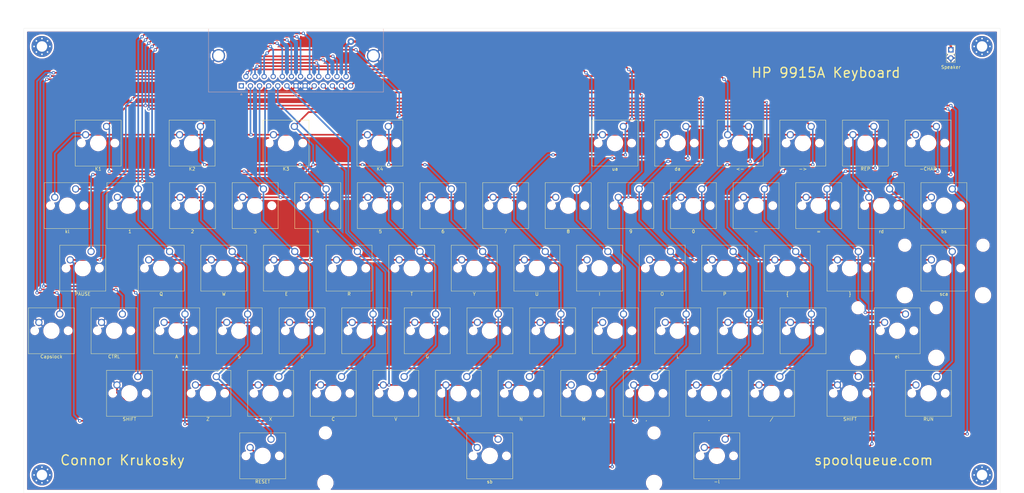
<source format=kicad_pcb>
(kicad_pcb (version 20171130) (host pcbnew "(5.1.2)-1")
  (layers (0 F.Cu signal) (31 B.Cu signal) (34 B.Paste user) (35 F.Paste user) (36 B.SilkS user) (37 F.SilkS user) (38 B.Mask user) (39 F.Mask user) (44 Edge.Cuts user))
  (net 0 "")
  (net 1 /Shield)
  (net 2 /R0)
  (net 3 /R1)
  (net 4 /R2)
  (net 5 /R3)
  (net 6 /R4)
  (net 7 /GND)
  (net 8 /R5)
  (net 9 /R6)
  (net 10 /R7)
  (net 11 /R8)
  (net 12 /R9)
  (net 13 /C0)
  (net 14 /C1)
  (net 15 /C2)
  (net 16 /C3)
  (net 17 /C4)
  (net 18 /C5)
  (net 19 /C6)
  (net 20 /C7)
  (net 21 /~Shift)
  (net 22 /~Ctrl)
  (net 23 /~Capslock)
  (net 24 /Speaker)
  (module MountingHole:MountingHole_3.2mm_M3_Pad_Via (layer F.Cu) (at 68.5 69)
    (fp_text reference REF** hide)
    (fp_text value MountingHole_3.2mm_M3_Pad_Via)
    (pad 1 thru_hole circle (at 1.697056 -1.697056) (size 0.8 0.8) (drill 0.5) (layers *.Cu *.Mask))
    (pad 1 thru_hole circle (at 0 -2.4) (size 0.8 0.8) (drill 0.5) (layers *.Cu *.Mask))
    (pad 1 thru_hole circle (at -1.697056 -1.697056) (size 0.8 0.8) (drill 0.5) (layers *.Cu *.Mask))
    (pad 1 thru_hole circle (at -2.4 0) (size 0.8 0.8) (drill 0.5) (layers *.Cu *.Mask))
    (pad 1 thru_hole circle (at -1.697056 1.697056) (size 0.8 0.8) (drill 0.5) (layers *.Cu *.Mask))
    (pad 1 thru_hole circle (at 0 2.4) (size 0.8 0.8) (drill 0.5) (layers *.Cu *.Mask))
    (pad 1 thru_hole circle (at 1.697056 1.697056) (size 0.8 0.8) (drill 0.5) (layers *.Cu *.Mask))
    (pad 1 thru_hole circle (at 2.4 0) (size 0.8 0.8) (drill 0.5) (layers *.Cu *.Mask))
    (pad 1 thru_hole circle (at 0 0) (size 6.4 6.4) (drill 3.2) (layers *.Cu *.Mask))
  )
  (module MountingHole:MountingHole_3.2mm_M3_Pad_Via (layer F.Cu) (at 68.5 199.5)
    (fp_text reference REF** hide)
    (fp_text value MountingHole_3.2mm_M3_Pad_Via)
    (pad 1 thru_hole circle (at 1.697056 -1.697056) (size 0.8 0.8) (drill 0.5) (layers *.Cu *.Mask))
    (pad 1 thru_hole circle (at 0 -2.4) (size 0.8 0.8) (drill 0.5) (layers *.Cu *.Mask))
    (pad 1 thru_hole circle (at -1.697056 -1.697056) (size 0.8 0.8) (drill 0.5) (layers *.Cu *.Mask))
    (pad 1 thru_hole circle (at -2.4 0) (size 0.8 0.8) (drill 0.5) (layers *.Cu *.Mask))
    (pad 1 thru_hole circle (at -1.697056 1.697056) (size 0.8 0.8) (drill 0.5) (layers *.Cu *.Mask))
    (pad 1 thru_hole circle (at 0 2.4) (size 0.8 0.8) (drill 0.5) (layers *.Cu *.Mask))
    (pad 1 thru_hole circle (at 1.697056 1.697056) (size 0.8 0.8) (drill 0.5) (layers *.Cu *.Mask))
    (pad 1 thru_hole circle (at 2.4 0) (size 0.8 0.8) (drill 0.5) (layers *.Cu *.Mask))
    (pad 1 thru_hole circle (at 0 0) (size 6.4 6.4) (drill 3.2) (layers *.Cu *.Mask))
  )
  (module MountingHole:MountingHole_3.2mm_M3_Pad_Via (layer F.Cu) (at 354.5 199.5)
    (fp_text reference REF** hide)
    (fp_text value MountingHole_3.2mm_M3_Pad_Via)
    (pad 1 thru_hole circle (at 1.697056 -1.697056) (size 0.8 0.8) (drill 0.5) (layers *.Cu *.Mask))
    (pad 1 thru_hole circle (at 0 -2.4) (size 0.8 0.8) (drill 0.5) (layers *.Cu *.Mask))
    (pad 1 thru_hole circle (at -1.697056 -1.697056) (size 0.8 0.8) (drill 0.5) (layers *.Cu *.Mask))
    (pad 1 thru_hole circle (at -2.4 0) (size 0.8 0.8) (drill 0.5) (layers *.Cu *.Mask))
    (pad 1 thru_hole circle (at -1.697056 1.697056) (size 0.8 0.8) (drill 0.5) (layers *.Cu *.Mask))
    (pad 1 thru_hole circle (at 0 2.4) (size 0.8 0.8) (drill 0.5) (layers *.Cu *.Mask))
    (pad 1 thru_hole circle (at 1.697056 1.697056) (size 0.8 0.8) (drill 0.5) (layers *.Cu *.Mask))
    (pad 1 thru_hole circle (at 2.4 0) (size 0.8 0.8) (drill 0.5) (layers *.Cu *.Mask))
    (pad 1 thru_hole circle (at 0 0) (size 6.4 6.4) (drill 3.2) (layers *.Cu *.Mask))
  )
  (module MountingHole:MountingHole_3.2mm_M3_Pad_Via (layer F.Cu) (at 354.5 69)
    (fp_text reference REF** hide)
    (fp_text value MountingHole_3.2mm_M3_Pad_Via)
    (pad 1 thru_hole circle (at 1.697056 -1.697056) (size 0.8 0.8) (drill 0.5) (layers *.Cu *.Mask))
    (pad 1 thru_hole circle (at 0 -2.4) (size 0.8 0.8) (drill 0.5) (layers *.Cu *.Mask))
    (pad 1 thru_hole circle (at -1.697056 -1.697056) (size 0.8 0.8) (drill 0.5) (layers *.Cu *.Mask))
    (pad 1 thru_hole circle (at -2.4 0) (size 0.8 0.8) (drill 0.5) (layers *.Cu *.Mask))
    (pad 1 thru_hole circle (at -1.697056 1.697056) (size 0.8 0.8) (drill 0.5) (layers *.Cu *.Mask))
    (pad 1 thru_hole circle (at 0 2.4) (size 0.8 0.8) (drill 0.5) (layers *.Cu *.Mask))
    (pad 1 thru_hole circle (at 1.697056 1.697056) (size 0.8 0.8) (drill 0.5) (layers *.Cu *.Mask))
    (pad 1 thru_hole circle (at 2.4 0) (size 0.8 0.8) (drill 0.5) (layers *.Cu *.Mask))
    (pad 1 thru_hole circle (at 0 0) (size 6.4 6.4) (drill 3.2) (layers *.Cu *.Mask))
  )
  (module Button_Switch_Keyboard:SW_Cherry_MX_1.00u_PCB (layer F.Cu) (at 273.939 169.545)
    (fp_text reference SW67 hide)
    (fp_text value . (at -2.54 12.954) (layer F.SilkS))
    (pad 1 thru_hole circle (at 0 0) (size 2.2 2.2) (drill 1.5) (layers *.Cu *.Mask) (net 14 /C1))
    (pad 2 thru_hole circle (at -6.35 2.54) (size 2.2 2.2) (drill 1.5) (layers *.Cu *.Mask) (net 8 /R5))
    (pad "" np_thru_hole circle (at -2.54 5.08) (size 4 4) (drill 4) (layers *.Cu *.Mask))
    (pad "" np_thru_hole circle (at -7.62 5.08) (size 1.7 1.7) (drill 1.7) (layers *.Cu *.Mask))
    (pad "" np_thru_hole circle (at 2.54 5.08) (size 1.7 1.7) (drill 1.7) (layers *.Cu *.Mask))
  )
  (module Button_Switch_Keyboard:SW_Cherry_MX_1.00u_PCB (layer F.Cu) (at 264.414 93.345)
    (fp_text reference SW11 hide)
    (fp_text value da (at -2.54 12.954) (layer F.SilkS))
    (pad 1 thru_hole circle (at 0 0) (size 2.2 2.2) (drill 1.5) (layers *.Cu *.Mask) (net 13 /C0))
    (pad 2 thru_hole circle (at -6.35 2.54) (size 2.2 2.2) (drill 1.5) (layers *.Cu *.Mask) (net 2 /R0))
    (pad "" np_thru_hole circle (at -2.54 5.08) (size 4 4) (drill 4) (layers *.Cu *.Mask))
    (pad "" np_thru_hole circle (at -7.62 5.08) (size 1.7 1.7) (drill 1.7) (layers *.Cu *.Mask))
    (pad "" np_thru_hole circle (at 2.54 5.08) (size 1.7 1.7) (drill 1.7) (layers *.Cu *.Mask))
  )
  (module Button_Switch_Keyboard:SW_Cherry_MX_1.00u_PCB (layer F.Cu) (at 250.19 112.395)
    (fp_text reference SW26 hide)
    (fp_text value 9 (at -2.54 12.954) (layer F.SilkS))
    (pad "" np_thru_hole circle (at 2.54 5.08) (size 1.7 1.7) (drill 1.7) (layers *.Cu *.Mask))
    (pad "" np_thru_hole circle (at -7.62 5.08) (size 1.7 1.7) (drill 1.7) (layers *.Cu *.Mask))
    (pad "" np_thru_hole circle (at -2.54 5.08) (size 4 4) (drill 4) (layers *.Cu *.Mask))
    (pad 2 thru_hole circle (at -6.35 2.54) (size 2.2 2.2) (drill 1.5) (layers *.Cu *.Mask) (net 11 /R8))
    (pad 1 thru_hole circle (at 0 0) (size 2.2 2.2) (drill 1.5) (layers *.Cu *.Mask) (net 13 /C0))
  )
  (module Button_Switch_Keyboard:SW_Cherry_MX_1.00u_PCB (layer F.Cu) (at 235.839 169.545)
    (fp_text reference SW65 hide)
    (fp_text value M (at -2.54 12.954) (layer F.SilkS))
    (pad 1 thru_hole circle (at 0 0) (size 2.2 2.2) (drill 1.5) (layers *.Cu *.Mask) (net 13 /C0))
    (pad 2 thru_hole circle (at -6.35 2.54) (size 2.2 2.2) (drill 1.5) (layers *.Cu *.Mask) (net 6 /R4))
    (pad "" np_thru_hole circle (at -2.54 5.08) (size 4 4) (drill 4) (layers *.Cu *.Mask))
    (pad "" np_thru_hole circle (at -7.62 5.08) (size 1.7 1.7) (drill 1.7) (layers *.Cu *.Mask))
    (pad "" np_thru_hole circle (at 2.54 5.08) (size 1.7 1.7) (drill 1.7) (layers *.Cu *.Mask))
  )
  (module Button_Switch_Keyboard:SW_Cherry_MX_1.00u_PCB (layer F.Cu) (at 92.964 150.495)
    (fp_text reference SW1 hide)
    (fp_text value CTRL (at -2.54 12.954) (layer F.SilkS))
    (pad "" np_thru_hole circle (at 2.54 5.08) (size 1.7 1.7) (drill 1.7) (layers *.Cu *.Mask))
    (pad "" np_thru_hole circle (at -7.62 5.08) (size 1.7 1.7) (drill 1.7) (layers *.Cu *.Mask))
    (pad "" np_thru_hole circle (at -2.54 5.08) (size 4 4) (drill 4) (layers *.Cu *.Mask))
    (pad 2 thru_hole circle (at -6.35 2.54) (size 2.2 2.2) (drill 1.5) (layers *.Cu *.Mask) (net 7 /GND))
    (pad 1 thru_hole circle (at 0 0) (size 2.2 2.2) (drill 1.5) (layers *.Cu *.Mask) (net 22 /~Ctrl))
  )
  (module Button_Switch_Keyboard:SW_Cherry_MX_1.50u_PCB (layer F.Cu) (at 97.663 169.545)
    (fp_text reference SW2 hide)
    (fp_text value SHIFT (at -2.54 12.954) (layer F.SilkS))
    (pad "" np_thru_hole circle (at 2.54 5.08) (size 1.7 1.7) (drill 1.7) (layers *.Cu *.Mask))
    (pad "" np_thru_hole circle (at -7.62 5.08) (size 1.7 1.7) (drill 1.7) (layers *.Cu *.Mask))
    (pad "" np_thru_hole circle (at -2.54 5.08) (size 4 4) (drill 4) (layers *.Cu *.Mask))
    (pad 2 thru_hole circle (at -6.35 2.54) (size 2.2 2.2) (drill 1.5) (layers *.Cu *.Mask) (net 7 /GND))
    (pad 1 thru_hole circle (at 0 0) (size 2.2 2.2) (drill 1.5) (layers *.Cu *.Mask) (net 21 /~Shift))
  )
  (module Button_Switch_Keyboard:SW_Cherry_MX_1.50u_PCB (layer F.Cu) (at 316.865 169.545)
    (fp_text reference SW3 hide)
    (fp_text value SHIFT (at -2.54 12.954) (layer F.SilkS))
    (pad 1 thru_hole circle (at 0 0) (size 2.2 2.2) (drill 1.5) (layers *.Cu *.Mask) (net 21 /~Shift))
    (pad 2 thru_hole circle (at -6.35 2.54) (size 2.2 2.2) (drill 1.5) (layers *.Cu *.Mask) (net 7 /GND))
    (pad "" np_thru_hole circle (at -2.54 5.08) (size 4 4) (drill 4) (layers *.Cu *.Mask))
    (pad "" np_thru_hole circle (at -7.62 5.08) (size 1.7 1.7) (drill 1.7) (layers *.Cu *.Mask))
    (pad "" np_thru_hole circle (at 2.54 5.08) (size 1.7 1.7) (drill 1.7) (layers *.Cu *.Mask))
  )
  (module Button_Switch_Keyboard:SW_Cherry_MX_1.00u_PCB (layer F.Cu) (at 73.914 150.495)
    (fp_text reference SW4 hide)
    (fp_text value Capslock (at -2.54 12.954) (layer F.SilkS))
    (pad 1 thru_hole circle (at 0 0) (size 2.2 2.2) (drill 1.5) (layers *.Cu *.Mask) (net 23 /~Capslock))
    (pad 2 thru_hole circle (at -6.35 2.54) (size 2.2 2.2) (drill 1.5) (layers *.Cu *.Mask) (net 7 /GND))
    (pad "" np_thru_hole circle (at -2.54 5.08) (size 4 4) (drill 4) (layers *.Cu *.Mask))
    (pad "" np_thru_hole circle (at -7.62 5.08) (size 1.7 1.7) (drill 1.7) (layers *.Cu *.Mask))
    (pad "" np_thru_hole circle (at 2.54 5.08) (size 1.7 1.7) (drill 1.7) (layers *.Cu *.Mask))
  )
  (module Button_Switch_Keyboard:SW_Cherry_MX_1.00u_PCB (layer F.Cu) (at 78.74 112.395)
    (fp_text reference SW5 hide)
    (fp_text value kl (at -2.54 12.954) (layer F.SilkS))
    (pad 1 thru_hole circle (at 0 0) (size 2.2 2.2) (drill 1.5) (layers *.Cu *.Mask) (net 19 /C6))
    (pad 2 thru_hole circle (at -6.35 2.54) (size 2.2 2.2) (drill 1.5) (layers *.Cu *.Mask) (net 2 /R0))
    (pad "" np_thru_hole circle (at -2.54 5.08) (size 4 4) (drill 4) (layers *.Cu *.Mask))
    (pad "" np_thru_hole circle (at -7.62 5.08) (size 1.7 1.7) (drill 1.7) (layers *.Cu *.Mask))
    (pad "" np_thru_hole circle (at 2.54 5.08) (size 1.7 1.7) (drill 1.7) (layers *.Cu *.Mask))
  )
  (module Button_Switch_Keyboard:SW_Cherry_MX_1.50u_PCB (layer F.Cu) (at 88.138 93.345)
    (fp_text reference SW6 hide)
    (fp_text value K1 (at -2.54 12.954) (layer F.SilkS))
    (pad 1 thru_hole circle (at 0 0) (size 2.2 2.2) (drill 1.5) (layers *.Cu *.Mask) (net 18 /C5))
    (pad 2 thru_hole circle (at -6.35 2.54) (size 2.2 2.2) (drill 1.5) (layers *.Cu *.Mask) (net 2 /R0))
    (pad "" np_thru_hole circle (at -2.54 5.08) (size 4 4) (drill 4) (layers *.Cu *.Mask))
    (pad "" np_thru_hole circle (at -7.62 5.08) (size 1.7 1.7) (drill 1.7) (layers *.Cu *.Mask))
    (pad "" np_thru_hole circle (at 2.54 5.08) (size 1.7 1.7) (drill 1.7) (layers *.Cu *.Mask))
  )
  (module Button_Switch_Keyboard:SW_Cherry_MX_1.50u_PCB (layer F.Cu) (at 116.713 93.345)
    (fp_text reference SW7 hide)
    (fp_text value K2 (at -2.54 12.954) (layer F.SilkS))
    (pad "" np_thru_hole circle (at 2.54 5.08) (size 1.7 1.7) (drill 1.7) (layers *.Cu *.Mask))
    (pad "" np_thru_hole circle (at -7.62 5.08) (size 1.7 1.7) (drill 1.7) (layers *.Cu *.Mask))
    (pad "" np_thru_hole circle (at -2.54 5.08) (size 4 4) (drill 4) (layers *.Cu *.Mask))
    (pad 2 thru_hole circle (at -6.35 2.54) (size 2.2 2.2) (drill 1.5) (layers *.Cu *.Mask) (net 2 /R0))
    (pad 1 thru_hole circle (at 0 0) (size 2.2 2.2) (drill 1.5) (layers *.Cu *.Mask) (net 17 /C4))
  )
  (module Button_Switch_Keyboard:SW_Cherry_MX_1.50u_PCB (layer F.Cu) (at 145.288 93.345)
    (fp_text reference SW8 hide)
    (fp_text value K3 (at -2.54 12.954) (layer F.SilkS))
    (pad 1 thru_hole circle (at 0 0) (size 2.2 2.2) (drill 1.5) (layers *.Cu *.Mask) (net 16 /C3))
    (pad 2 thru_hole circle (at -6.35 2.54) (size 2.2 2.2) (drill 1.5) (layers *.Cu *.Mask) (net 2 /R0))
    (pad "" np_thru_hole circle (at -2.54 5.08) (size 4 4) (drill 4) (layers *.Cu *.Mask))
    (pad "" np_thru_hole circle (at -7.62 5.08) (size 1.7 1.7) (drill 1.7) (layers *.Cu *.Mask))
    (pad "" np_thru_hole circle (at 2.54 5.08) (size 1.7 1.7) (drill 1.7) (layers *.Cu *.Mask))
  )
  (module Button_Switch_Keyboard:SW_Cherry_MX_1.50u_PCB (layer F.Cu) (at 173.863 93.345)
    (fp_text reference SW9 hide)
    (fp_text value K4 (at -2.54 12.954) (layer F.SilkS))
    (pad "" np_thru_hole circle (at 2.54 5.08) (size 1.7 1.7) (drill 1.7) (layers *.Cu *.Mask))
    (pad "" np_thru_hole circle (at -7.62 5.08) (size 1.7 1.7) (drill 1.7) (layers *.Cu *.Mask))
    (pad "" np_thru_hole circle (at -2.54 5.08) (size 4 4) (drill 4) (layers *.Cu *.Mask))
    (pad 2 thru_hole circle (at -6.35 2.54) (size 2.2 2.2) (drill 1.5) (layers *.Cu *.Mask) (net 2 /R0))
    (pad 1 thru_hole circle (at 0 0) (size 2.2 2.2) (drill 1.5) (layers *.Cu *.Mask) (net 15 /C2))
  )
  (module Button_Switch_Keyboard:SW_Cherry_MX_1.00u_PCB (layer F.Cu) (at 245.364 93.345)
    (fp_text reference SW10 hide)
    (fp_text value ua (at -2.54 12.954) (layer F.SilkS))
    (pad "" np_thru_hole circle (at 2.54 5.08) (size 1.7 1.7) (drill 1.7) (layers *.Cu *.Mask))
    (pad "" np_thru_hole circle (at -7.62 5.08) (size 1.7 1.7) (drill 1.7) (layers *.Cu *.Mask))
    (pad "" np_thru_hole circle (at -2.54 5.08) (size 4 4) (drill 4) (layers *.Cu *.Mask))
    (pad 2 thru_hole circle (at -6.35 2.54) (size 2.2 2.2) (drill 1.5) (layers *.Cu *.Mask) (net 2 /R0))
    (pad 1 thru_hole circle (at 0 0) (size 2.2 2.2) (drill 1.5) (layers *.Cu *.Mask) (net 14 /C1))
  )
  (module Button_Switch_Keyboard:SW_Cherry_MX_1.00u_PCB (layer F.Cu) (at 283.464 93.345)
    (fp_text reference SW12 hide)
    (fp_text value <- (at -2.54 12.954) (layer F.SilkS))
    (pad "" np_thru_hole circle (at 2.54 5.08) (size 1.7 1.7) (drill 1.7) (layers *.Cu *.Mask))
    (pad "" np_thru_hole circle (at -7.62 5.08) (size 1.7 1.7) (drill 1.7) (layers *.Cu *.Mask))
    (pad "" np_thru_hole circle (at -2.54 5.08) (size 4 4) (drill 4) (layers *.Cu *.Mask))
    (pad 2 thru_hole circle (at -6.35 2.54) (size 2.2 2.2) (drill 1.5) (layers *.Cu *.Mask) (net 12 /R9))
    (pad 1 thru_hole circle (at 0 0) (size 2.2 2.2) (drill 1.5) (layers *.Cu *.Mask) (net 13 /C0))
  )
  (module Button_Switch_Keyboard:SW_Cherry_MX_1.00u_PCB (layer F.Cu) (at 302.514 93.345)
    (fp_text reference SW13 hide)
    (fp_text value -> (at -2.54 12.954) (layer F.SilkS))
    (pad 1 thru_hole circle (at 0 0) (size 2.2 2.2) (drill 1.5) (layers *.Cu *.Mask) (net 14 /C1))
    (pad 2 thru_hole circle (at -6.35 2.54) (size 2.2 2.2) (drill 1.5) (layers *.Cu *.Mask) (net 12 /R9))
    (pad "" np_thru_hole circle (at -2.54 5.08) (size 4 4) (drill 4) (layers *.Cu *.Mask))
    (pad "" np_thru_hole circle (at -7.62 5.08) (size 1.7 1.7) (drill 1.7) (layers *.Cu *.Mask))
    (pad "" np_thru_hole circle (at 2.54 5.08) (size 1.7 1.7) (drill 1.7) (layers *.Cu *.Mask))
  )
  (module Button_Switch_Keyboard:SW_Cherry_MX_1.00u_PCB (layer F.Cu) (at 321.564 93.345)
    (fp_text reference SW14 hide)
    (fp_text value REP (at -2.54 12.954) (layer F.SilkS))
    (pad 1 thru_hole circle (at 0 0) (size 2.2 2.2) (drill 1.5) (layers *.Cu *.Mask) (net 15 /C2))
    (pad 2 thru_hole circle (at -6.35 2.54) (size 2.2 2.2) (drill 1.5) (layers *.Cu *.Mask) (net 12 /R9))
    (pad "" np_thru_hole circle (at -2.54 5.08) (size 4 4) (drill 4) (layers *.Cu *.Mask))
    (pad "" np_thru_hole circle (at -7.62 5.08) (size 1.7 1.7) (drill 1.7) (layers *.Cu *.Mask))
    (pad "" np_thru_hole circle (at 2.54 5.08) (size 1.7 1.7) (drill 1.7) (layers *.Cu *.Mask))
  )
  (module Button_Switch_Keyboard:SW_Cherry_MX_1.00u_PCB (layer F.Cu) (at 340.614 93.345)
    (fp_text reference SW15 hide)
    (fp_text value -CHAR (at -2.54 12.954) (layer F.SilkS))
    (pad "" np_thru_hole circle (at 2.54 5.08) (size 1.7 1.7) (drill 1.7) (layers *.Cu *.Mask))
    (pad "" np_thru_hole circle (at -7.62 5.08) (size 1.7 1.7) (drill 1.7) (layers *.Cu *.Mask))
    (pad "" np_thru_hole circle (at -2.54 5.08) (size 4 4) (drill 4) (layers *.Cu *.Mask))
    (pad 2 thru_hole circle (at -6.35 2.54) (size 2.2 2.2) (drill 1.5) (layers *.Cu *.Mask) (net 12 /R9))
    (pad 1 thru_hole circle (at 0 0) (size 2.2 2.2) (drill 1.5) (layers *.Cu *.Mask) (net 16 /C3))
  )
  (module Button_Switch_Keyboard:SW_Cherry_MX_1.00u_PCB (layer F.Cu) (at 326.39 112.395)
    (fp_text reference SW16 hide)
    (fp_text value rd (at -2.54 12.954) (layer F.SilkS))
    (pad 1 thru_hole circle (at 0 0) (size 2.2 2.2) (drill 1.5) (layers *.Cu *.Mask) (net 17 /C4))
    (pad 2 thru_hole circle (at -6.35 2.54) (size 2.2 2.2) (drill 1.5) (layers *.Cu *.Mask) (net 12 /R9))
    (pad "" np_thru_hole circle (at -2.54 5.08) (size 4 4) (drill 4) (layers *.Cu *.Mask))
    (pad "" np_thru_hole circle (at -7.62 5.08) (size 1.7 1.7) (drill 1.7) (layers *.Cu *.Mask))
    (pad "" np_thru_hole circle (at 2.54 5.08) (size 1.7 1.7) (drill 1.7) (layers *.Cu *.Mask))
  )
  (module Button_Switch_Keyboard:SW_Cherry_MX_1.00u_PCB (layer F.Cu) (at 276.352 188.595)
    (fp_text reference SW17 hide)
    (fp_text value -l (at -2.54 12.954) (layer F.SilkS))
    (pad "" np_thru_hole circle (at 2.54 5.08) (size 1.7 1.7) (drill 1.7) (layers *.Cu *.Mask))
    (pad "" np_thru_hole circle (at -7.62 5.08) (size 1.7 1.7) (drill 1.7) (layers *.Cu *.Mask))
    (pad "" np_thru_hole circle (at -2.54 5.08) (size 4 4) (drill 4) (layers *.Cu *.Mask))
    (pad 2 thru_hole circle (at -6.35 2.54) (size 2.2 2.2) (drill 1.5) (layers *.Cu *.Mask) (net 12 /R9))
    (pad 1 thru_hole circle (at 0 0) (size 2.2 2.2) (drill 1.5) (layers *.Cu *.Mask) (net 18 /C5))
  )
  (module Button_Switch_Keyboard:SW_Cherry_MX_1.00u_PCB (layer F.Cu) (at 97.79 112.395)
    (fp_text reference SW18 hide)
    (fp_text value 1 (at -2.54 12.954) (layer F.SilkS))
    (pad "" np_thru_hole circle (at 2.54 5.08) (size 1.7 1.7) (drill 1.7) (layers *.Cu *.Mask))
    (pad "" np_thru_hole circle (at -7.62 5.08) (size 1.7 1.7) (drill 1.7) (layers *.Cu *.Mask))
    (pad "" np_thru_hole circle (at -2.54 5.08) (size 4 4) (drill 4) (layers *.Cu *.Mask))
    (pad 2 thru_hole circle (at -6.35 2.54) (size 2.2 2.2) (drill 1.5) (layers *.Cu *.Mask) (net 3 /R1))
    (pad 1 thru_hole circle (at 0 0) (size 2.2 2.2) (drill 1.5) (layers *.Cu *.Mask) (net 20 /C7))
  )
  (module Button_Switch_Keyboard:SW_Cherry_MX_1.00u_PCB (layer F.Cu) (at 116.84 112.395)
    (fp_text reference SW19 hide)
    (fp_text value 2 (at -2.54 12.954) (layer F.SilkS))
    (pad 1 thru_hole circle (at 0 0) (size 2.2 2.2) (drill 1.5) (layers *.Cu *.Mask) (net 19 /C6))
    (pad 2 thru_hole circle (at -6.35 2.54) (size 2.2 2.2) (drill 1.5) (layers *.Cu *.Mask) (net 3 /R1))
    (pad "" np_thru_hole circle (at -2.54 5.08) (size 4 4) (drill 4) (layers *.Cu *.Mask))
    (pad "" np_thru_hole circle (at -7.62 5.08) (size 1.7 1.7) (drill 1.7) (layers *.Cu *.Mask))
    (pad "" np_thru_hole circle (at 2.54 5.08) (size 1.7 1.7) (drill 1.7) (layers *.Cu *.Mask))
  )
  (module Button_Switch_Keyboard:SW_Cherry_MX_1.00u_PCB (layer F.Cu) (at 135.89 112.395)
    (fp_text reference SW20 hide)
    (fp_text value 3 (at -2.54 12.954) (layer F.SilkS))
    (pad "" np_thru_hole circle (at 2.54 5.08) (size 1.7 1.7) (drill 1.7) (layers *.Cu *.Mask))
    (pad "" np_thru_hole circle (at -7.62 5.08) (size 1.7 1.7) (drill 1.7) (layers *.Cu *.Mask))
    (pad "" np_thru_hole circle (at -2.54 5.08) (size 4 4) (drill 4) (layers *.Cu *.Mask))
    (pad 2 thru_hole circle (at -6.35 2.54) (size 2.2 2.2) (drill 1.5) (layers *.Cu *.Mask) (net 3 /R1))
    (pad 1 thru_hole circle (at 0 0) (size 2.2 2.2) (drill 1.5) (layers *.Cu *.Mask) (net 18 /C5))
  )
  (module Button_Switch_Keyboard:SW_Cherry_MX_1.00u_PCB (layer F.Cu) (at 154.94 112.395)
    (fp_text reference SW21 hide)
    (fp_text value 4 (at -2.54 12.954) (layer F.SilkS))
    (pad 1 thru_hole circle (at 0 0) (size 2.2 2.2) (drill 1.5) (layers *.Cu *.Mask) (net 17 /C4))
    (pad 2 thru_hole circle (at -6.35 2.54) (size 2.2 2.2) (drill 1.5) (layers *.Cu *.Mask) (net 3 /R1))
    (pad "" np_thru_hole circle (at -2.54 5.08) (size 4 4) (drill 4) (layers *.Cu *.Mask))
    (pad "" np_thru_hole circle (at -7.62 5.08) (size 1.7 1.7) (drill 1.7) (layers *.Cu *.Mask))
    (pad "" np_thru_hole circle (at 2.54 5.08) (size 1.7 1.7) (drill 1.7) (layers *.Cu *.Mask))
  )
  (module Button_Switch_Keyboard:SW_Cherry_MX_1.00u_PCB (layer F.Cu) (at 173.99 112.395)
    (fp_text reference SW22 hide)
    (fp_text value 5 (at -2.54 12.954) (layer F.SilkS))
    (pad "" np_thru_hole circle (at 2.54 5.08) (size 1.7 1.7) (drill 1.7) (layers *.Cu *.Mask))
    (pad "" np_thru_hole circle (at -7.62 5.08) (size 1.7 1.7) (drill 1.7) (layers *.Cu *.Mask))
    (pad "" np_thru_hole circle (at -2.54 5.08) (size 4 4) (drill 4) (layers *.Cu *.Mask))
    (pad 2 thru_hole circle (at -6.35 2.54) (size 2.2 2.2) (drill 1.5) (layers *.Cu *.Mask) (net 3 /R1))
    (pad 1 thru_hole circle (at 0 0) (size 2.2 2.2) (drill 1.5) (layers *.Cu *.Mask) (net 16 /C3))
  )
  (module Button_Switch_Keyboard:SW_Cherry_MX_1.00u_PCB (layer F.Cu) (at 193.04 112.395)
    (fp_text reference SW23 hide)
    (fp_text value 6 (at -2.54 12.954) (layer F.SilkS))
    (pad 1 thru_hole circle (at 0 0) (size 2.2 2.2) (drill 1.5) (layers *.Cu *.Mask) (net 15 /C2))
    (pad 2 thru_hole circle (at -6.35 2.54) (size 2.2 2.2) (drill 1.5) (layers *.Cu *.Mask) (net 3 /R1))
    (pad "" np_thru_hole circle (at -2.54 5.08) (size 4 4) (drill 4) (layers *.Cu *.Mask))
    (pad "" np_thru_hole circle (at -7.62 5.08) (size 1.7 1.7) (drill 1.7) (layers *.Cu *.Mask))
    (pad "" np_thru_hole circle (at 2.54 5.08) (size 1.7 1.7) (drill 1.7) (layers *.Cu *.Mask))
  )
  (module Button_Switch_Keyboard:SW_Cherry_MX_1.00u_PCB (layer F.Cu) (at 212.09 112.395)
    (fp_text reference SW24 hide)
    (fp_text value 7 (at -2.54 12.954) (layer F.SilkS))
    (pad "" np_thru_hole circle (at 2.54 5.08) (size 1.7 1.7) (drill 1.7) (layers *.Cu *.Mask))
    (pad "" np_thru_hole circle (at -7.62 5.08) (size 1.7 1.7) (drill 1.7) (layers *.Cu *.Mask))
    (pad "" np_thru_hole circle (at -2.54 5.08) (size 4 4) (drill 4) (layers *.Cu *.Mask))
    (pad 2 thru_hole circle (at -6.35 2.54) (size 2.2 2.2) (drill 1.5) (layers *.Cu *.Mask) (net 3 /R1))
    (pad 1 thru_hole circle (at 0 0) (size 2.2 2.2) (drill 1.5) (layers *.Cu *.Mask) (net 14 /C1))
  )
  (module Button_Switch_Keyboard:SW_Cherry_MX_1.00u_PCB (layer F.Cu) (at 231.14 112.395)
    (fp_text reference SW25 hide)
    (fp_text value 8 (at -2.54 12.954) (layer F.SilkS))
    (pad 1 thru_hole circle (at 0 0) (size 2.2 2.2) (drill 1.5) (layers *.Cu *.Mask) (net 13 /C0))
    (pad 2 thru_hole circle (at -6.35 2.54) (size 2.2 2.2) (drill 1.5) (layers *.Cu *.Mask) (net 3 /R1))
    (pad "" np_thru_hole circle (at -2.54 5.08) (size 4 4) (drill 4) (layers *.Cu *.Mask))
    (pad "" np_thru_hole circle (at -7.62 5.08) (size 1.7 1.7) (drill 1.7) (layers *.Cu *.Mask))
    (pad "" np_thru_hole circle (at 2.54 5.08) (size 1.7 1.7) (drill 1.7) (layers *.Cu *.Mask))
  )
  (module Button_Switch_Keyboard:SW_Cherry_MX_1.00u_PCB (layer F.Cu) (at 269.24 112.395)
    (fp_text reference SW27 hide)
    (fp_text value 0 (at -2.54 12.954) (layer F.SilkS))
    (pad "" np_thru_hole circle (at 2.54 5.08) (size 1.7 1.7) (drill 1.7) (layers *.Cu *.Mask))
    (pad "" np_thru_hole circle (at -7.62 5.08) (size 1.7 1.7) (drill 1.7) (layers *.Cu *.Mask))
    (pad "" np_thru_hole circle (at -2.54 5.08) (size 4 4) (drill 4) (layers *.Cu *.Mask))
    (pad 2 thru_hole circle (at -6.35 2.54) (size 2.2 2.2) (drill 1.5) (layers *.Cu *.Mask) (net 11 /R8))
    (pad 1 thru_hole circle (at 0 0) (size 2.2 2.2) (drill 1.5) (layers *.Cu *.Mask) (net 14 /C1))
  )
  (module Button_Switch_Keyboard:SW_Cherry_MX_1.00u_PCB (layer F.Cu) (at 288.29 112.395)
    (fp_text reference SW28 hide)
    (fp_text value - (at -2.54 12.954) (layer F.SilkS))
    (pad 1 thru_hole circle (at 0 0) (size 2.2 2.2) (drill 1.5) (layers *.Cu *.Mask) (net 15 /C2))
    (pad 2 thru_hole circle (at -6.35 2.54) (size 2.2 2.2) (drill 1.5) (layers *.Cu *.Mask) (net 11 /R8))
    (pad "" np_thru_hole circle (at -2.54 5.08) (size 4 4) (drill 4) (layers *.Cu *.Mask))
    (pad "" np_thru_hole circle (at -7.62 5.08) (size 1.7 1.7) (drill 1.7) (layers *.Cu *.Mask))
    (pad "" np_thru_hole circle (at 2.54 5.08) (size 1.7 1.7) (drill 1.7) (layers *.Cu *.Mask))
  )
  (module Button_Switch_Keyboard:SW_Cherry_MX_1.00u_PCB (layer F.Cu) (at 307.34 112.395)
    (fp_text reference SW29 hide)
    (fp_text value = (at -2.54 12.954) (layer F.SilkS))
    (pad "" np_thru_hole circle (at 2.54 5.08) (size 1.7 1.7) (drill 1.7) (layers *.Cu *.Mask))
    (pad "" np_thru_hole circle (at -7.62 5.08) (size 1.7 1.7) (drill 1.7) (layers *.Cu *.Mask))
    (pad "" np_thru_hole circle (at -2.54 5.08) (size 4 4) (drill 4) (layers *.Cu *.Mask))
    (pad 2 thru_hole circle (at -6.35 2.54) (size 2.2 2.2) (drill 1.5) (layers *.Cu *.Mask) (net 11 /R8))
    (pad 1 thru_hole circle (at 0 0) (size 2.2 2.2) (drill 1.5) (layers *.Cu *.Mask) (net 16 /C3))
  )
  (module Button_Switch_Keyboard:SW_Cherry_MX_1.00u_PCB (layer F.Cu) (at 345.44 112.395)
    (fp_text reference SW31 hide)
    (fp_text value bs (at -2.54 12.954) (layer F.SilkS))
    (pad 1 thru_hole circle (at 0 0) (size 2.2 2.2) (drill 1.5) (layers *.Cu *.Mask) (net 18 /C5))
    (pad 2 thru_hole circle (at -6.35 2.54) (size 2.2 2.2) (drill 1.5) (layers *.Cu *.Mask) (net 11 /R8))
    (pad "" np_thru_hole circle (at -2.54 5.08) (size 4 4) (drill 4) (layers *.Cu *.Mask))
    (pad "" np_thru_hole circle (at -7.62 5.08) (size 1.7 1.7) (drill 1.7) (layers *.Cu *.Mask))
    (pad "" np_thru_hole circle (at 2.54 5.08) (size 1.7 1.7) (drill 1.7) (layers *.Cu *.Mask))
  )
  (module Button_Switch_Keyboard:SW_Cherry_MX_1.00u_PCB (layer F.Cu) (at 138.176 188.595)
    (fp_text reference SW32 hide)
    (fp_text value RESET (at -2.54 12.954) (layer F.SilkS))
    (pad "" np_thru_hole circle (at 2.54 5.08) (size 1.7 1.7) (drill 1.7) (layers *.Cu *.Mask))
    (pad "" np_thru_hole circle (at -7.62 5.08) (size 1.7 1.7) (drill 1.7) (layers *.Cu *.Mask))
    (pad "" np_thru_hole circle (at -2.54 5.08) (size 4 4) (drill 4) (layers *.Cu *.Mask))
    (pad 2 thru_hole circle (at -6.35 2.54) (size 2.2 2.2) (drill 1.5) (layers *.Cu *.Mask) (net 11 /R8))
    (pad 1 thru_hole circle (at 0 0) (size 2.2 2.2) (drill 1.5) (layers *.Cu *.Mask) (net 19 /C6))
  )
  (module Button_Switch_Keyboard:SW_Cherry_MX_1.00u_PCB (layer F.Cu) (at 107.315 131.445)
    (fp_text reference SW33 hide)
    (fp_text value Q (at -2.54 12.954) (layer F.SilkS))
    (pad "" np_thru_hole circle (at 2.54 5.08) (size 1.7 1.7) (drill 1.7) (layers *.Cu *.Mask))
    (pad "" np_thru_hole circle (at -7.62 5.08) (size 1.7 1.7) (drill 1.7) (layers *.Cu *.Mask))
    (pad "" np_thru_hole circle (at -2.54 5.08) (size 4 4) (drill 4) (layers *.Cu *.Mask))
    (pad 2 thru_hole circle (at -6.35 2.54) (size 2.2 2.2) (drill 1.5) (layers *.Cu *.Mask) (net 4 /R2))
    (pad 1 thru_hole circle (at 0 0) (size 2.2 2.2) (drill 1.5) (layers *.Cu *.Mask) (net 20 /C7))
  )
  (module Button_Switch_Keyboard:SW_Cherry_MX_1.00u_PCB (layer F.Cu) (at 126.365 131.445)
    (fp_text reference SW34 hide)
    (fp_text value W (at -2.54 12.954) (layer F.SilkS))
    (pad 1 thru_hole circle (at 0 0) (size 2.2 2.2) (drill 1.5) (layers *.Cu *.Mask) (net 19 /C6))
    (pad 2 thru_hole circle (at -6.35 2.54) (size 2.2 2.2) (drill 1.5) (layers *.Cu *.Mask) (net 4 /R2))
    (pad "" np_thru_hole circle (at -2.54 5.08) (size 4 4) (drill 4) (layers *.Cu *.Mask))
    (pad "" np_thru_hole circle (at -7.62 5.08) (size 1.7 1.7) (drill 1.7) (layers *.Cu *.Mask))
    (pad "" np_thru_hole circle (at 2.54 5.08) (size 1.7 1.7) (drill 1.7) (layers *.Cu *.Mask))
  )
  (module Button_Switch_Keyboard:SW_Cherry_MX_1.00u_PCB (layer F.Cu) (at 145.415 131.445)
    (fp_text reference SW35 hide)
    (fp_text value E (at -2.54 12.954) (layer F.SilkS))
    (pad "" np_thru_hole circle (at 2.54 5.08) (size 1.7 1.7) (drill 1.7) (layers *.Cu *.Mask))
    (pad "" np_thru_hole circle (at -7.62 5.08) (size 1.7 1.7) (drill 1.7) (layers *.Cu *.Mask))
    (pad "" np_thru_hole circle (at -2.54 5.08) (size 4 4) (drill 4) (layers *.Cu *.Mask))
    (pad 2 thru_hole circle (at -6.35 2.54) (size 2.2 2.2) (drill 1.5) (layers *.Cu *.Mask) (net 4 /R2))
    (pad 1 thru_hole circle (at 0 0) (size 2.2 2.2) (drill 1.5) (layers *.Cu *.Mask) (net 18 /C5))
  )
  (module Button_Switch_Keyboard:SW_Cherry_MX_1.00u_PCB (layer F.Cu) (at 164.465 131.445)
    (fp_text reference SW36 hide)
    (fp_text value R (at -2.54 12.954) (layer F.SilkS))
    (pad 1 thru_hole circle (at 0 0) (size 2.2 2.2) (drill 1.5) (layers *.Cu *.Mask) (net 17 /C4))
    (pad 2 thru_hole circle (at -6.35 2.54) (size 2.2 2.2) (drill 1.5) (layers *.Cu *.Mask) (net 4 /R2))
    (pad "" np_thru_hole circle (at -2.54 5.08) (size 4 4) (drill 4) (layers *.Cu *.Mask))
    (pad "" np_thru_hole circle (at -7.62 5.08) (size 1.7 1.7) (drill 1.7) (layers *.Cu *.Mask))
    (pad "" np_thru_hole circle (at 2.54 5.08) (size 1.7 1.7) (drill 1.7) (layers *.Cu *.Mask))
  )
  (module Button_Switch_Keyboard:SW_Cherry_MX_1.00u_PCB (layer F.Cu) (at 183.515 131.445)
    (fp_text reference SW37 hide)
    (fp_text value T (at -2.54 12.954) (layer F.SilkS))
    (pad "" np_thru_hole circle (at 2.54 5.08) (size 1.7 1.7) (drill 1.7) (layers *.Cu *.Mask))
    (pad "" np_thru_hole circle (at -7.62 5.08) (size 1.7 1.7) (drill 1.7) (layers *.Cu *.Mask))
    (pad "" np_thru_hole circle (at -2.54 5.08) (size 4 4) (drill 4) (layers *.Cu *.Mask))
    (pad 2 thru_hole circle (at -6.35 2.54) (size 2.2 2.2) (drill 1.5) (layers *.Cu *.Mask) (net 4 /R2))
    (pad 1 thru_hole circle (at 0 0) (size 2.2 2.2) (drill 1.5) (layers *.Cu *.Mask) (net 16 /C3))
  )
  (module Button_Switch_Keyboard:SW_Cherry_MX_1.00u_PCB (layer F.Cu) (at 202.565 131.445)
    (fp_text reference SW38 hide)
    (fp_text value Y (at -2.54 12.954) (layer F.SilkS))
    (pad 1 thru_hole circle (at 0 0) (size 2.2 2.2) (drill 1.5) (layers *.Cu *.Mask) (net 15 /C2))
    (pad 2 thru_hole circle (at -6.35 2.54) (size 2.2 2.2) (drill 1.5) (layers *.Cu *.Mask) (net 4 /R2))
    (pad "" np_thru_hole circle (at -2.54 5.08) (size 4 4) (drill 4) (layers *.Cu *.Mask))
    (pad "" np_thru_hole circle (at -7.62 5.08) (size 1.7 1.7) (drill 1.7) (layers *.Cu *.Mask))
    (pad "" np_thru_hole circle (at 2.54 5.08) (size 1.7 1.7) (drill 1.7) (layers *.Cu *.Mask))
  )
  (module Button_Switch_Keyboard:SW_Cherry_MX_1.00u_PCB (layer F.Cu) (at 221.615 131.445)
    (fp_text reference SW39 hide)
    (fp_text value U (at -2.54 12.954) (layer F.SilkS))
    (pad "" np_thru_hole circle (at 2.54 5.08) (size 1.7 1.7) (drill 1.7) (layers *.Cu *.Mask))
    (pad "" np_thru_hole circle (at -7.62 5.08) (size 1.7 1.7) (drill 1.7) (layers *.Cu *.Mask))
    (pad "" np_thru_hole circle (at -2.54 5.08) (size 4 4) (drill 4) (layers *.Cu *.Mask))
    (pad 2 thru_hole circle (at -6.35 2.54) (size 2.2 2.2) (drill 1.5) (layers *.Cu *.Mask) (net 4 /R2))
    (pad 1 thru_hole circle (at 0 0) (size 2.2 2.2) (drill 1.5) (layers *.Cu *.Mask) (net 14 /C1))
  )
  (module Button_Switch_Keyboard:SW_Cherry_MX_1.00u_PCB (layer F.Cu) (at 240.665 131.445)
    (fp_text reference SW40 hide)
    (fp_text value I (at -2.54 12.954) (layer F.SilkS))
    (pad 1 thru_hole circle (at 0 0) (size 2.2 2.2) (drill 1.5) (layers *.Cu *.Mask) (net 13 /C0))
    (pad 2 thru_hole circle (at -6.35 2.54) (size 2.2 2.2) (drill 1.5) (layers *.Cu *.Mask) (net 4 /R2))
    (pad "" np_thru_hole circle (at -2.54 5.08) (size 4 4) (drill 4) (layers *.Cu *.Mask))
    (pad "" np_thru_hole circle (at -7.62 5.08) (size 1.7 1.7) (drill 1.7) (layers *.Cu *.Mask))
    (pad "" np_thru_hole circle (at 2.54 5.08) (size 1.7 1.7) (drill 1.7) (layers *.Cu *.Mask))
  )
  (module Button_Switch_Keyboard:SW_Cherry_MX_1.00u_PCB (layer F.Cu) (at 259.715 131.445)
    (fp_text reference SW41 hide)
    (fp_text value O (at -2.54 12.954) (layer F.SilkS))
    (pad 1 thru_hole circle (at 0 0) (size 2.2 2.2) (drill 1.5) (layers *.Cu *.Mask) (net 13 /C0))
    (pad 2 thru_hole circle (at -6.35 2.54) (size 2.2 2.2) (drill 1.5) (layers *.Cu *.Mask) (net 10 /R7))
    (pad "" np_thru_hole circle (at -2.54 5.08) (size 4 4) (drill 4) (layers *.Cu *.Mask))
    (pad "" np_thru_hole circle (at -7.62 5.08) (size 1.7 1.7) (drill 1.7) (layers *.Cu *.Mask))
    (pad "" np_thru_hole circle (at 2.54 5.08) (size 1.7 1.7) (drill 1.7) (layers *.Cu *.Mask))
  )
  (module Button_Switch_Keyboard:SW_Cherry_MX_1.00u_PCB (layer F.Cu) (at 278.765 131.445)
    (fp_text reference SW42 hide)
    (fp_text value P (at -2.54 12.954) (layer F.SilkS))
    (pad "" np_thru_hole circle (at 2.54 5.08) (size 1.7 1.7) (drill 1.7) (layers *.Cu *.Mask))
    (pad "" np_thru_hole circle (at -7.62 5.08) (size 1.7 1.7) (drill 1.7) (layers *.Cu *.Mask))
    (pad "" np_thru_hole circle (at -2.54 5.08) (size 4 4) (drill 4) (layers *.Cu *.Mask))
    (pad 2 thru_hole circle (at -6.35 2.54) (size 2.2 2.2) (drill 1.5) (layers *.Cu *.Mask) (net 10 /R7))
    (pad 1 thru_hole circle (at 0 0) (size 2.2 2.2) (drill 1.5) (layers *.Cu *.Mask) (net 14 /C1))
  )
  (module Button_Switch_Keyboard:SW_Cherry_MX_1.00u_PCB (layer F.Cu) (at 297.815 131.445)
    (fp_text reference SW43 hide)
    (fp_text value { (at -2.54 12.954) (layer F.SilkS))
    (pad "" np_thru_hole circle (at 2.54 5.08) (size 1.7 1.7) (drill 1.7) (layers *.Cu *.Mask))
    (pad "" np_thru_hole circle (at -7.62 5.08) (size 1.7 1.7) (drill 1.7) (layers *.Cu *.Mask))
    (pad "" np_thru_hole circle (at -2.54 5.08) (size 4 4) (drill 4) (layers *.Cu *.Mask))
    (pad 2 thru_hole circle (at -6.35 2.54) (size 2.2 2.2) (drill 1.5) (layers *.Cu *.Mask) (net 10 /R7))
    (pad 1 thru_hole circle (at 0 0) (size 2.2 2.2) (drill 1.5) (layers *.Cu *.Mask) (net 15 /C2))
  )
  (module Button_Switch_Keyboard:SW_Cherry_MX_1.00u_PCB (layer F.Cu) (at 316.865 131.445)
    (fp_text reference SW44 hide)
    (fp_text value } (at -2.54 12.954) (layer F.SilkS))
    (pad 1 thru_hole circle (at 0 0) (size 2.2 2.2) (drill 1.5) (layers *.Cu *.Mask) (net 16 /C3))
    (pad 2 thru_hole circle (at -6.35 2.54) (size 2.2 2.2) (drill 1.5) (layers *.Cu *.Mask) (net 10 /R7))
    (pad "" np_thru_hole circle (at -2.54 5.08) (size 4 4) (drill 4) (layers *.Cu *.Mask))
    (pad "" np_thru_hole circle (at -7.62 5.08) (size 1.7 1.7) (drill 1.7) (layers *.Cu *.Mask))
    (pad "" np_thru_hole circle (at 2.54 5.08) (size 1.7 1.7) (drill 1.7) (layers *.Cu *.Mask))
  )
  (module Button_Switch_Keyboard:SW_Cherry_MX_2.00u_PCB (layer F.Cu) (at 345.44 131.445)
    (fp_text reference SW45 hide)
    (fp_text value sca (at -2.54 12.954) (layer F.SilkS))
    (pad "" np_thru_hole circle (at 9.36 -1.92) (size 3.05 3.05) (drill 3.05) (layers *.Cu *.Mask))
    (pad "" np_thru_hole circle (at -14.44 -1.92) (size 3.05 3.05) (drill 3.05) (layers *.Cu *.Mask))
    (pad "" np_thru_hole circle (at -14.44 13.32) (size 4 4) (drill 4) (layers *.Cu *.Mask))
    (pad "" np_thru_hole circle (at 9.36 13.32) (size 4 4) (drill 4) (layers *.Cu *.Mask))
    (pad "" np_thru_hole circle (at 2.54 5.08) (size 1.7 1.7) (drill 1.7) (layers *.Cu *.Mask))
    (pad "" np_thru_hole circle (at -7.62 5.08) (size 1.7 1.7) (drill 1.7) (layers *.Cu *.Mask))
    (pad "" np_thru_hole circle (at -2.54 5.08) (size 4 4) (drill 4) (layers *.Cu *.Mask))
    (pad 2 thru_hole circle (at -6.35 2.54) (size 2.2 2.2) (drill 1.5) (layers *.Cu *.Mask) (net 10 /R7))
    (pad 1 thru_hole circle (at 0 0) (size 2.2 2.2) (drill 1.5) (layers *.Cu *.Mask) (net 17 /C4))
  )
  (module Button_Switch_Keyboard:SW_Cherry_MX_1.00u_PCB (layer F.Cu) (at 112.014 150.495)
    (fp_text reference SW46 hide)
    (fp_text value A (at -2.54 12.954) (layer F.SilkS))
    (pad "" np_thru_hole circle (at 2.54 5.08) (size 1.7 1.7) (drill 1.7) (layers *.Cu *.Mask))
    (pad "" np_thru_hole circle (at -7.62 5.08) (size 1.7 1.7) (drill 1.7) (layers *.Cu *.Mask))
    (pad "" np_thru_hole circle (at -2.54 5.08) (size 4 4) (drill 4) (layers *.Cu *.Mask))
    (pad 2 thru_hole circle (at -6.35 2.54) (size 2.2 2.2) (drill 1.5) (layers *.Cu *.Mask) (net 5 /R3))
    (pad 1 thru_hole circle (at 0 0) (size 2.2 2.2) (drill 1.5) (layers *.Cu *.Mask) (net 20 /C7))
  )
  (module Button_Switch_Keyboard:SW_Cherry_MX_1.00u_PCB (layer F.Cu) (at 131.064 150.495)
    (fp_text reference SW47 hide)
    (fp_text value S (at -2.54 12.954) (layer F.SilkS))
    (pad 1 thru_hole circle (at 0 0) (size 2.2 2.2) (drill 1.5) (layers *.Cu *.Mask) (net 19 /C6))
    (pad 2 thru_hole circle (at -6.35 2.54) (size 2.2 2.2) (drill 1.5) (layers *.Cu *.Mask) (net 5 /R3))
    (pad "" np_thru_hole circle (at -2.54 5.08) (size 4 4) (drill 4) (layers *.Cu *.Mask))
    (pad "" np_thru_hole circle (at -7.62 5.08) (size 1.7 1.7) (drill 1.7) (layers *.Cu *.Mask))
    (pad "" np_thru_hole circle (at 2.54 5.08) (size 1.7 1.7) (drill 1.7) (layers *.Cu *.Mask))
  )
  (module Button_Switch_Keyboard:SW_Cherry_MX_1.00u_PCB (layer F.Cu) (at 150.1775 150.495)
    (fp_text reference SW48 hide)
    (fp_text value D (at -2.54 12.954) (layer F.SilkS))
    (pad "" np_thru_hole circle (at 2.54 5.08) (size 1.7 1.7) (drill 1.7) (layers *.Cu *.Mask))
    (pad "" np_thru_hole circle (at -7.62 5.08) (size 1.7 1.7) (drill 1.7) (layers *.Cu *.Mask))
    (pad "" np_thru_hole circle (at -2.54 5.08) (size 4 4) (drill 4) (layers *.Cu *.Mask))
    (pad 2 thru_hole circle (at -6.35 2.54) (size 2.2 2.2) (drill 1.5) (layers *.Cu *.Mask) (net 5 /R3))
    (pad 1 thru_hole circle (at 0 0) (size 2.2 2.2) (drill 1.5) (layers *.Cu *.Mask) (net 18 /C5))
  )
  (module Button_Switch_Keyboard:SW_Cherry_MX_1.00u_PCB (layer F.Cu) (at 169.2275 150.495)
    (fp_text reference SW49 hide)
    (fp_text value F (at -2.54 12.954) (layer F.SilkS))
    (pad 1 thru_hole circle (at 0 0) (size 2.2 2.2) (drill 1.5) (layers *.Cu *.Mask) (net 17 /C4))
    (pad 2 thru_hole circle (at -6.35 2.54) (size 2.2 2.2) (drill 1.5) (layers *.Cu *.Mask) (net 5 /R3))
    (pad "" np_thru_hole circle (at -2.54 5.08) (size 4 4) (drill 4) (layers *.Cu *.Mask))
    (pad "" np_thru_hole circle (at -7.62 5.08) (size 1.7 1.7) (drill 1.7) (layers *.Cu *.Mask))
    (pad "" np_thru_hole circle (at 2.54 5.08) (size 1.7 1.7) (drill 1.7) (layers *.Cu *.Mask))
  )
  (module Button_Switch_Keyboard:SW_Cherry_MX_1.00u_PCB (layer F.Cu) (at 188.2775 150.495)
    (fp_text reference SW50 hide)
    (fp_text value G (at -2.54 12.954) (layer F.SilkS))
    (pad "" np_thru_hole circle (at 2.54 5.08) (size 1.7 1.7) (drill 1.7) (layers *.Cu *.Mask))
    (pad "" np_thru_hole circle (at -7.62 5.08) (size 1.7 1.7) (drill 1.7) (layers *.Cu *.Mask))
    (pad "" np_thru_hole circle (at -2.54 5.08) (size 4 4) (drill 4) (layers *.Cu *.Mask))
    (pad 2 thru_hole circle (at -6.35 2.54) (size 2.2 2.2) (drill 1.5) (layers *.Cu *.Mask) (net 5 /R3))
    (pad 1 thru_hole circle (at 0 0) (size 2.2 2.2) (drill 1.5) (layers *.Cu *.Mask) (net 16 /C3))
  )
  (module Button_Switch_Keyboard:SW_Cherry_MX_1.00u_PCB (layer F.Cu) (at 207.3275 150.495)
    (fp_text reference SW51 hide)
    (fp_text value H (at -2.54 12.954) (layer F.SilkS))
    (pad 1 thru_hole circle (at 0 0) (size 2.2 2.2) (drill 1.5) (layers *.Cu *.Mask) (net 15 /C2))
    (pad 2 thru_hole circle (at -6.35 2.54) (size 2.2 2.2) (drill 1.5) (layers *.Cu *.Mask) (net 5 /R3))
    (pad "" np_thru_hole circle (at -2.54 5.08) (size 4 4) (drill 4) (layers *.Cu *.Mask))
    (pad "" np_thru_hole circle (at -7.62 5.08) (size 1.7 1.7) (drill 1.7) (layers *.Cu *.Mask))
    (pad "" np_thru_hole circle (at 2.54 5.08) (size 1.7 1.7) (drill 1.7) (layers *.Cu *.Mask))
  )
  (module Button_Switch_Keyboard:SW_Cherry_MX_1.00u_PCB (layer F.Cu) (at 226.3775 150.495)
    (fp_text reference SW52 hide)
    (fp_text value J (at -2.54 12.954) (layer F.SilkS))
    (pad "" np_thru_hole circle (at 2.54 5.08) (size 1.7 1.7) (drill 1.7) (layers *.Cu *.Mask))
    (pad "" np_thru_hole circle (at -7.62 5.08) (size 1.7 1.7) (drill 1.7) (layers *.Cu *.Mask))
    (pad "" np_thru_hole circle (at -2.54 5.08) (size 4 4) (drill 4) (layers *.Cu *.Mask))
    (pad 2 thru_hole circle (at -6.35 2.54) (size 2.2 2.2) (drill 1.5) (layers *.Cu *.Mask) (net 5 /R3))
    (pad 1 thru_hole circle (at 0 0) (size 2.2 2.2) (drill 1.5) (layers *.Cu *.Mask) (net 14 /C1))
  )
  (module Button_Switch_Keyboard:SW_Cherry_MX_1.00u_PCB (layer F.Cu) (at 245.4275 150.495)
    (fp_text reference SW53 hide)
    (fp_text value K (at -2.54 12.954) (layer F.SilkS))
    (pad 1 thru_hole circle (at 0 0) (size 2.2 2.2) (drill 1.5) (layers *.Cu *.Mask) (net 13 /C0))
    (pad 2 thru_hole circle (at -6.35 2.54) (size 2.2 2.2) (drill 1.5) (layers *.Cu *.Mask) (net 5 /R3))
    (pad "" np_thru_hole circle (at -2.54 5.08) (size 4 4) (drill 4) (layers *.Cu *.Mask))
    (pad "" np_thru_hole circle (at -7.62 5.08) (size 1.7 1.7) (drill 1.7) (layers *.Cu *.Mask))
    (pad "" np_thru_hole circle (at 2.54 5.08) (size 1.7 1.7) (drill 1.7) (layers *.Cu *.Mask))
  )
  (module Button_Switch_Keyboard:SW_Cherry_MX_1.00u_PCB (layer F.Cu) (at 264.4775 150.495)
    (fp_text reference SW54 hide)
    (fp_text value L (at -2.54 12.954) (layer F.SilkS))
    (pad "" np_thru_hole circle (at 2.54 5.08) (size 1.7 1.7) (drill 1.7) (layers *.Cu *.Mask))
    (pad "" np_thru_hole circle (at -7.62 5.08) (size 1.7 1.7) (drill 1.7) (layers *.Cu *.Mask))
    (pad "" np_thru_hole circle (at -2.54 5.08) (size 4 4) (drill 4) (layers *.Cu *.Mask))
    (pad 2 thru_hole circle (at -6.35 2.54) (size 2.2 2.2) (drill 1.5) (layers *.Cu *.Mask) (net 9 /R6))
    (pad 1 thru_hole circle (at 0 0) (size 2.2 2.2) (drill 1.5) (layers *.Cu *.Mask) (net 13 /C0))
  )
  (module Button_Switch_Keyboard:SW_Cherry_MX_1.00u_PCB (layer F.Cu) (at 283.5275 150.495)
    (fp_text reference SW55 hide)
    (fp_text value ; (at -2.54 12.954) (layer F.SilkS))
    (pad 1 thru_hole circle (at 0 0) (size 2.2 2.2) (drill 1.5) (layers *.Cu *.Mask) (net 14 /C1))
    (pad 2 thru_hole circle (at -6.35 2.54) (size 2.2 2.2) (drill 1.5) (layers *.Cu *.Mask) (net 9 /R6))
    (pad "" np_thru_hole circle (at -2.54 5.08) (size 4 4) (drill 4) (layers *.Cu *.Mask))
    (pad "" np_thru_hole circle (at -7.62 5.08) (size 1.7 1.7) (drill 1.7) (layers *.Cu *.Mask))
    (pad "" np_thru_hole circle (at 2.54 5.08) (size 1.7 1.7) (drill 1.7) (layers *.Cu *.Mask))
  )
  (module Button_Switch_Keyboard:SW_Cherry_MX_1.00u_PCB (layer F.Cu) (at 302.5775 150.495)
    (fp_text reference SW56 hide)
    (fp_text value ' (at -2.54 12.954) (layer F.SilkS))
    (pad 1 thru_hole circle (at 0 0) (size 2.2 2.2) (drill 1.5) (layers *.Cu *.Mask) (net 15 /C2))
    (pad 2 thru_hole circle (at -6.35 2.54) (size 2.2 2.2) (drill 1.5) (layers *.Cu *.Mask) (net 9 /R6))
    (pad "" np_thru_hole circle (at -2.54 5.08) (size 4 4) (drill 4) (layers *.Cu *.Mask))
    (pad "" np_thru_hole circle (at -7.62 5.08) (size 1.7 1.7) (drill 1.7) (layers *.Cu *.Mask))
    (pad "" np_thru_hole circle (at 2.54 5.08) (size 1.7 1.7) (drill 1.7) (layers *.Cu *.Mask))
  )
  (module Button_Switch_Keyboard:SW_Cherry_MX_2.00u_PCB (layer F.Cu) (at 331.216 150.495)
    (fp_text reference SW57 hide)
    (fp_text value el (at -2.54 12.954) (layer F.SilkS))
    (pad 1 thru_hole circle (at 0 0) (size 2.2 2.2) (drill 1.5) (layers *.Cu *.Mask) (net 16 /C3))
    (pad 2 thru_hole circle (at -6.35 2.54) (size 2.2 2.2) (drill 1.5) (layers *.Cu *.Mask) (net 9 /R6))
    (pad "" np_thru_hole circle (at -2.54 5.08) (size 4 4) (drill 4) (layers *.Cu *.Mask))
    (pad "" np_thru_hole circle (at -7.62 5.08) (size 1.7 1.7) (drill 1.7) (layers *.Cu *.Mask))
    (pad "" np_thru_hole circle (at 2.54 5.08) (size 1.7 1.7) (drill 1.7) (layers *.Cu *.Mask))
    (pad "" np_thru_hole circle (at 9.36 13.32) (size 4 4) (drill 4) (layers *.Cu *.Mask))
    (pad "" np_thru_hole circle (at -14.44 13.32) (size 4 4) (drill 4) (layers *.Cu *.Mask))
    (pad "" np_thru_hole circle (at -14.44 -1.92) (size 3.05 3.05) (drill 3.05) (layers *.Cu *.Mask))
    (pad "" np_thru_hole circle (at 9.36 -1.92) (size 3.05 3.05) (drill 3.05) (layers *.Cu *.Mask))
  )
  (module Button_Switch_Keyboard:SW_Cherry_MX_6.25u_PCB (layer F.Cu) (at 207.264 188.595)
    (fp_text reference SW58 hide)
    (fp_text value sb (at -2.54 12.954) (layer F.SilkS))
    (pad 1 thru_hole circle (at 0 0) (size 2.2 2.2) (drill 1.5) (layers *.Cu *.Mask) (net 20 /C7))
    (pad 2 thru_hole circle (at -6.35 2.54) (size 2.2 2.2) (drill 1.5) (layers *.Cu *.Mask) (net 6 /R4))
    (pad "" np_thru_hole circle (at -2.54 5.08) (size 4 4) (drill 4) (layers *.Cu *.Mask))
    (pad "" np_thru_hole circle (at -7.62 5.08) (size 1.7 1.7) (drill 1.7) (layers *.Cu *.Mask))
    (pad "" np_thru_hole circle (at 2.54 5.08) (size 1.7 1.7) (drill 1.7) (layers *.Cu *.Mask))
    (pad "" np_thru_hole circle (at 47.46 13.32) (size 4 4) (drill 4) (layers *.Cu *.Mask))
    (pad "" np_thru_hole circle (at -52.54 13.32) (size 4 4) (drill 4) (layers *.Cu *.Mask))
    (pad "" np_thru_hole circle (at -52.54 -1.92) (size 3.05 3.05) (drill 3.05) (layers *.Cu *.Mask))
    (pad "" np_thru_hole circle (at 47.46 -1.92) (size 3.05 3.05) (drill 3.05) (layers *.Cu *.Mask))
  )
  (module Button_Switch_Keyboard:SW_Cherry_MX_1.00u_PCB (layer F.Cu) (at 121.539 169.545)
    (fp_text reference SW59 hide)
    (fp_text value Z (at -2.54 12.954) (layer F.SilkS))
    (pad 1 thru_hole circle (at 0 0) (size 2.2 2.2) (drill 1.5) (layers *.Cu *.Mask) (net 19 /C6))
    (pad 2 thru_hole circle (at -6.35 2.54) (size 2.2 2.2) (drill 1.5) (layers *.Cu *.Mask) (net 6 /R4))
    (pad "" np_thru_hole circle (at -2.54 5.08) (size 4 4) (drill 4) (layers *.Cu *.Mask))
    (pad "" np_thru_hole circle (at -7.62 5.08) (size 1.7 1.7) (drill 1.7) (layers *.Cu *.Mask))
    (pad "" np_thru_hole circle (at 2.54 5.08) (size 1.7 1.7) (drill 1.7) (layers *.Cu *.Mask))
  )
  (module Button_Switch_Keyboard:SW_Cherry_MX_1.00u_PCB (layer F.Cu) (at 140.589 169.545)
    (fp_text reference SW60 hide)
    (fp_text value X (at -2.54 12.954) (layer F.SilkS))
    (pad "" np_thru_hole circle (at 2.54 5.08) (size 1.7 1.7) (drill 1.7) (layers *.Cu *.Mask))
    (pad "" np_thru_hole circle (at -7.62 5.08) (size 1.7 1.7) (drill 1.7) (layers *.Cu *.Mask))
    (pad "" np_thru_hole circle (at -2.54 5.08) (size 4 4) (drill 4) (layers *.Cu *.Mask))
    (pad 2 thru_hole circle (at -6.35 2.54) (size 2.2 2.2) (drill 1.5) (layers *.Cu *.Mask) (net 6 /R4))
    (pad 1 thru_hole circle (at 0 0) (size 2.2 2.2) (drill 1.5) (layers *.Cu *.Mask) (net 18 /C5))
  )
  (module Button_Switch_Keyboard:SW_Cherry_MX_1.00u_PCB (layer F.Cu) (at 159.639 169.545)
    (fp_text reference SW61 hide)
    (fp_text value C (at -2.54 12.954) (layer F.SilkS))
    (pad 1 thru_hole circle (at 0 0) (size 2.2 2.2) (drill 1.5) (layers *.Cu *.Mask) (net 17 /C4))
    (pad 2 thru_hole circle (at -6.35 2.54) (size 2.2 2.2) (drill 1.5) (layers *.Cu *.Mask) (net 6 /R4))
    (pad "" np_thru_hole circle (at -2.54 5.08) (size 4 4) (drill 4) (layers *.Cu *.Mask))
    (pad "" np_thru_hole circle (at -7.62 5.08) (size 1.7 1.7) (drill 1.7) (layers *.Cu *.Mask))
    (pad "" np_thru_hole circle (at 2.54 5.08) (size 1.7 1.7) (drill 1.7) (layers *.Cu *.Mask))
  )
  (module Button_Switch_Keyboard:SW_Cherry_MX_1.00u_PCB (layer F.Cu) (at 178.689 169.545)
    (fp_text reference SW62 hide)
    (fp_text value V (at -2.54 12.954) (layer F.SilkS))
    (pad "" np_thru_hole circle (at 2.54 5.08) (size 1.7 1.7) (drill 1.7) (layers *.Cu *.Mask))
    (pad "" np_thru_hole circle (at -7.62 5.08) (size 1.7 1.7) (drill 1.7) (layers *.Cu *.Mask))
    (pad "" np_thru_hole circle (at -2.54 5.08) (size 4 4) (drill 4) (layers *.Cu *.Mask))
    (pad 2 thru_hole circle (at -6.35 2.54) (size 2.2 2.2) (drill 1.5) (layers *.Cu *.Mask) (net 6 /R4))
    (pad 1 thru_hole circle (at 0 0) (size 2.2 2.2) (drill 1.5) (layers *.Cu *.Mask) (net 16 /C3))
  )
  (module Button_Switch_Keyboard:SW_Cherry_MX_1.00u_PCB (layer F.Cu) (at 197.739 169.545)
    (fp_text reference SW63 hide)
    (fp_text value B (at -2.54 12.954) (layer F.SilkS))
    (pad 1 thru_hole circle (at 0 0) (size 2.2 2.2) (drill 1.5) (layers *.Cu *.Mask) (net 15 /C2))
    (pad 2 thru_hole circle (at -6.35 2.54) (size 2.2 2.2) (drill 1.5) (layers *.Cu *.Mask) (net 6 /R4))
    (pad "" np_thru_hole circle (at -2.54 5.08) (size 4 4) (drill 4) (layers *.Cu *.Mask))
    (pad "" np_thru_hole circle (at -7.62 5.08) (size 1.7 1.7) (drill 1.7) (layers *.Cu *.Mask))
    (pad "" np_thru_hole circle (at 2.54 5.08) (size 1.7 1.7) (drill 1.7) (layers *.Cu *.Mask))
  )
  (module Button_Switch_Keyboard:SW_Cherry_MX_1.00u_PCB (layer F.Cu) (at 216.789 169.545)
    (fp_text reference SW64 hide)
    (fp_text value N (at -2.54 12.954) (layer F.SilkS))
    (pad "" np_thru_hole circle (at 2.54 5.08) (size 1.7 1.7) (drill 1.7) (layers *.Cu *.Mask))
    (pad "" np_thru_hole circle (at -7.62 5.08) (size 1.7 1.7) (drill 1.7) (layers *.Cu *.Mask))
    (pad "" np_thru_hole circle (at -2.54 5.08) (size 4 4) (drill 4) (layers *.Cu *.Mask))
    (pad 2 thru_hole circle (at -6.35 2.54) (size 2.2 2.2) (drill 1.5) (layers *.Cu *.Mask) (net 6 /R4))
    (pad 1 thru_hole circle (at 0 0) (size 2.2 2.2) (drill 1.5) (layers *.Cu *.Mask) (net 14 /C1))
  )
  (module Button_Switch_Keyboard:SW_Cherry_MX_1.00u_PCB (layer F.Cu) (at 254.889 169.545)
    (fp_text reference SW66 hide)
    (fp_text value , (at -2.54 12.954) (layer F.SilkS))
    (pad "" np_thru_hole circle (at 2.54 5.08) (size 1.7 1.7) (drill 1.7) (layers *.Cu *.Mask))
    (pad "" np_thru_hole circle (at -7.62 5.08) (size 1.7 1.7) (drill 1.7) (layers *.Cu *.Mask))
    (pad "" np_thru_hole circle (at -2.54 5.08) (size 4 4) (drill 4) (layers *.Cu *.Mask))
    (pad 2 thru_hole circle (at -6.35 2.54) (size 2.2 2.2) (drill 1.5) (layers *.Cu *.Mask) (net 8 /R5))
    (pad 1 thru_hole circle (at 0 0) (size 2.2 2.2) (drill 1.5) (layers *.Cu *.Mask) (net 13 /C0))
  )
  (module Button_Switch_Keyboard:SW_Cherry_MX_1.00u_PCB (layer F.Cu) (at 292.989 169.545)
    (fp_text reference SW68 hide)
    (fp_text value / (at -2.54 12.954) (layer F.SilkS))
    (pad "" np_thru_hole circle (at 2.54 5.08) (size 1.7 1.7) (drill 1.7) (layers *.Cu *.Mask))
    (pad "" np_thru_hole circle (at -7.62 5.08) (size 1.7 1.7) (drill 1.7) (layers *.Cu *.Mask))
    (pad "" np_thru_hole circle (at -2.54 5.08) (size 4 4) (drill 4) (layers *.Cu *.Mask))
    (pad 2 thru_hole circle (at -6.35 2.54) (size 2.2 2.2) (drill 1.5) (layers *.Cu *.Mask) (net 8 /R5))
    (pad 1 thru_hole circle (at 0 0) (size 2.2 2.2) (drill 1.5) (layers *.Cu *.Mask) (net 15 /C2))
  )
  (module Button_Switch_Keyboard:SW_Cherry_MX_1.50u_PCB (layer F.Cu) (at 83.439 131.445)
    (fp_text reference SW69 hide)
    (fp_text value PAUSE (at -2.54 12.954) (layer F.SilkS))
    (pad 1 thru_hole circle (at 0 0) (size 2.2 2.2) (drill 1.5) (layers *.Cu *.Mask) (net 16 /C3))
    (pad 2 thru_hole circle (at -6.35 2.54) (size 2.2 2.2) (drill 1.5) (layers *.Cu *.Mask) (net 8 /R5))
    (pad "" np_thru_hole circle (at -2.54 5.08) (size 4 4) (drill 4) (layers *.Cu *.Mask))
    (pad "" np_thru_hole circle (at -7.62 5.08) (size 1.7 1.7) (drill 1.7) (layers *.Cu *.Mask))
    (pad "" np_thru_hole circle (at 2.54 5.08) (size 1.7 1.7) (drill 1.7) (layers *.Cu *.Mask))
  )
  (module Button_Switch_Keyboard:SW_Cherry_MX_1.00u_PCB (layer F.Cu) (at 340.741 169.545)
    (fp_text reference SW70 hide)
    (fp_text value RUN (at -2.54 12.954) (layer F.SilkS))
    (pad 1 thru_hole circle (at 0 0) (size 2.2 2.2) (drill 1.5) (layers *.Cu *.Mask) (net 17 /C4))
    (pad 2 thru_hole circle (at -6.35 2.54) (size 2.2 2.2) (drill 1.5) (layers *.Cu *.Mask) (net 8 /R5))
    (pad "" np_thru_hole circle (at -2.54 5.08) (size 4 4) (drill 4) (layers *.Cu *.Mask))
    (pad "" np_thru_hole circle (at -7.62 5.08) (size 1.7 1.7) (drill 1.7) (layers *.Cu *.Mask))
    (pad "" np_thru_hole circle (at 2.54 5.08) (size 1.7 1.7) (drill 1.7) (layers *.Cu *.Mask))
  )
  (module Connector_PinSocket_2.54mm:PinSocket_1x02_P2.54mm_Vertical (layer F.Cu) (at 345 70)
    (fp_text reference J2 hide)
    (fp_text value Speaker (at 0 5.31) (layer F.SilkS))
    (pad 1 thru_hole rect (at 0 0) (size 1.7 1.7) (drill 1) (layers *.Cu *.Mask) (net 24 /Speaker))
    (pad 2 thru_hole oval (at 0 2.54) (size 1.7 1.7) (drill 1) (layers *.Cu *.Mask) (net 7 /GND))
  )
  (module Connector_Dsub:DSUB-25_Male_Horizontal_P2.77x2.84mm_EdgePinOffset14.56mm_Housed_MountingHolesOffset8.20mm (layer B.Cu) (at 129.159 81)
    (fp_text reference J1 (at 16.62 2.8) (layer B.SilkS) (effects (justify mirror)))
    (fp_text value DB25_Male_MountingHoles)
    (pad 1 thru_hole rect (at 0 0) (size 1.6 1.6) (drill 1) (layers *.Cu *.Mask) (net 1 /Shield))
    (pad 2 thru_hole circle (at 2.77 0) (size 1.6 1.6) (drill 1) (layers *.Cu *.Mask) (net 2 /R0))
    (pad 3 thru_hole circle (at 5.54 0) (size 1.6 1.6) (drill 1) (layers *.Cu *.Mask) (net 3 /R1))
    (pad 4 thru_hole circle (at 8.31 0) (size 1.6 1.6) (drill 1) (layers *.Cu *.Mask) (net 4 /R2))
    (pad 5 thru_hole circle (at 11.08 0) (size 1.6 1.6) (drill 1) (layers *.Cu *.Mask) (net 5 /R3))
    (pad 6 thru_hole circle (at 13.85 0) (size 1.6 1.6) (drill 1) (layers *.Cu *.Mask) (net 6 /R4))
    (pad 7 thru_hole circle (at 16.62 0) (size 1.6 1.6) (drill 1) (layers *.Cu *.Mask) (net 7 /GND))
    (pad 8 thru_hole circle (at 19.39 0) (size 1.6 1.6) (drill 1) (layers *.Cu *.Mask) (net 7 /GND))
    (pad 9 thru_hole circle (at 22.16 0) (size 1.6 1.6) (drill 1) (layers *.Cu *.Mask) (net 8 /R5))
    (pad 10 thru_hole circle (at 24.93 0) (size 1.6 1.6) (drill 1) (layers *.Cu *.Mask) (net 9 /R6))
    (pad 11 thru_hole circle (at 27.7 0) (size 1.6 1.6) (drill 1) (layers *.Cu *.Mask) (net 10 /R7))
    (pad 12 thru_hole circle (at 30.47 0) (size 1.6 1.6) (drill 1) (layers *.Cu *.Mask) (net 11 /R8))
    (pad 13 thru_hole circle (at 33.24 0) (size 1.6 1.6) (drill 1) (layers *.Cu *.Mask) (net 12 /R9))
    (pad 14 thru_hole circle (at 1.385 -2.84) (size 1.6 1.6) (drill 1) (layers *.Cu *.Mask) (net 13 /C0))
    (pad 15 thru_hole circle (at 4.155 -2.84) (size 1.6 1.6) (drill 1) (layers *.Cu *.Mask) (net 14 /C1))
    (pad 16 thru_hole circle (at 6.925 -2.84) (size 1.6 1.6) (drill 1) (layers *.Cu *.Mask) (net 15 /C2))
    (pad 17 thru_hole circle (at 9.695 -2.84) (size 1.6 1.6) (drill 1) (layers *.Cu *.Mask) (net 16 /C3))
    (pad 18 thru_hole circle (at 12.465 -2.84) (size 1.6 1.6) (drill 1) (layers *.Cu *.Mask) (net 17 /C4))
    (pad 19 thru_hole circle (at 15.235 -2.84) (size 1.6 1.6) (drill 1) (layers *.Cu *.Mask) (net 18 /C5))
    (pad 20 thru_hole circle (at 18.005 -2.84) (size 1.6 1.6) (drill 1) (layers *.Cu *.Mask) (net 19 /C6))
    (pad 21 thru_hole circle (at 20.775 -2.84) (size 1.6 1.6) (drill 1) (layers *.Cu *.Mask) (net 20 /C7))
    (pad 22 thru_hole circle (at 23.545 -2.84) (size 1.6 1.6) (drill 1) (layers *.Cu *.Mask) (net 21 /~Shift))
    (pad 23 thru_hole circle (at 26.315 -2.84) (size 1.6 1.6) (drill 1) (layers *.Cu *.Mask) (net 22 /~Ctrl))
    (pad 24 thru_hole circle (at 29.085 -2.84) (size 1.6 1.6) (drill 1) (layers *.Cu *.Mask) (net 23 /~Capslock))
    (pad 25 thru_hole circle (at 31.855 -2.84) (size 1.6 1.6) (drill 1) (layers *.Cu *.Mask) (net 24 /Speaker))
    (pad 0 thru_hole circle (at -6.93 -9.2) (size 4 4) (drill 3.2) (layers *.Cu *.Mask) (net 7 /GND))
    (pad 0 thru_hole circle (at 40.17 -9.2) (size 4 4) (drill 3.2) (layers *.Cu *.Mask) (net 7 /GND))
  )
  (gr_text spoolqueue.com (at 321.5 195) (layer F.SilkS) (effects (font (size 3 3) (thickness 0.4))))
  (gr_text "Connor Krukosky" (at 93 195) (layer F.SilkS) (effects (font (size 3 3) (thickness 0.4))))
  (gr_text "HP 9915A Keyboard" (at 307 77) (layer F.SilkS) (effects (font (size 3 3) (thickness 0.4))))
  (gr_line (start 63 63.5) (end 360 63.5) (layer Edge.Cuts) (width 0.05))
  (gr_line (start 360 205) (end 360 63.5) (layer Edge.Cuts) (width 0.05))
  (gr_line (start 63 205) (end 360 205) (layer Edge.Cuts) (width 0.05))
  (gr_line (start 63 63.5) (end 63 205) (layer Edge.Cuts) (width 0.05))
  (segment (start 81.788 95.885) (end 110.363 95.885) (width 0.508) (layer F.Cu) (net 2))
  (segment (start 138.938 95.885) (end 167.513 95.885) (width 0.508) (layer F.Cu) (net 2))
  (segment (start 167.513 95.885) (end 239.014 95.885) (width 0.508) (layer F.Cu) (net 2))
  (segment (start 239.014 95.885) (end 258.064 95.885) (width 0.508) (layer F.Cu) (net 2))
  (segment (start 72.39 114.935) (end 72.39 101.61) (width 0.508) (layer B.Cu) (net 2))
  (segment (start 78.115 95.885) (end 81.788 95.885) (width 0.508) (layer B.Cu) (net 2))
  (segment (start 72.39 101.61) (end 78.115 95.885) (width 0.508) (layer B.Cu) (net 2))
  (via (at 132.115 95.885) (size 1) (drill 0.5) (layers F.Cu B.Cu) (net 2))
  (segment (start 131.929 95.699) (end 132.115 95.885) (width 0.508) (layer B.Cu) (net 2))
  (segment (start 131.929 81.026) (end 131.929 95.699) (width 0.508) (layer B.Cu) (net 2))
  (segment (start 110.363 95.885) (end 132.115 95.885) (width 0.508) (layer F.Cu) (net 2))
  (segment (start 132.115 95.885) (end 138.938 95.885) (width 0.508) (layer F.Cu) (net 2))
  (segment (start 92.995634 114.935) (end 110.49 114.935) (width 0.508) (layer F.Cu) (net 3))
  (segment (start 91.44 114.935) (end 92.995634 114.935) (width 0.508) (layer F.Cu) (net 3))
  (segment (start 110.49 114.935) (end 129.54 114.935) (width 0.508) (layer F.Cu) (net 3))
  (segment (start 148.59 114.935) (end 167.64 114.935) (width 0.508) (layer F.Cu) (net 3))
  (segment (start 167.64 114.935) (end 186.69 114.935) (width 0.508) (layer F.Cu) (net 3))
  (segment (start 186.69 114.935) (end 205.74 114.935) (width 0.508) (layer F.Cu) (net 3))
  (segment (start 205.74 114.935) (end 224.79 114.935) (width 0.508) (layer F.Cu) (net 3))
  (via (at 141.065 114.935) (size 1) (drill 0.5) (layers F.Cu B.Cu) (net 3))
  (segment (start 134.699 108.569) (end 141.065 114.935) (width 0.508) (layer B.Cu) (net 3))
  (segment (start 134.699 81.026) (end 134.699 108.569) (width 0.508) (layer B.Cu) (net 3))
  (segment (start 129.54 114.935) (end 141.065 114.935) (width 0.508) (layer F.Cu) (net 3))
  (segment (start 141.065 114.935) (end 148.59 114.935) (width 0.508) (layer F.Cu) (net 3))
  (segment (start 100.965 133.985) (end 120.015 133.985) (width 0.508) (layer F.Cu) (net 4))
  (segment (start 120.015 133.985) (end 139.065 133.985) (width 0.508) (layer F.Cu) (net 4))
  (segment (start 139.065 133.985) (end 158.115 133.985) (width 0.508) (layer F.Cu) (net 4))
  (segment (start 158.115 133.985) (end 177.165 133.985) (width 0.508) (layer F.Cu) (net 4))
  (segment (start 177.165 133.985) (end 196.215 133.985) (width 0.508) (layer F.Cu) (net 4))
  (segment (start 196.215 133.985) (end 215.265 133.985) (width 0.508) (layer F.Cu) (net 4))
  (segment (start 215.265 133.985) (end 234.315 133.985) (width 0.508) (layer F.Cu) (net 4))
  (via (at 150 134) (size 1) (drill 0.5) (layers F.Cu B.Cu) (net 4))
  (segment (start 150 122.458078) (end 150 134) (width 0.508) (layer B.Cu) (net 4))
  (segment (start 136.363999 108.822077) (end 150 122.458078) (width 0.508) (layer B.Cu) (net 4))
  (segment (start 137.469 81.026) (end 136.363999 82.131001) (width 0.508) (layer B.Cu) (net 4))
  (segment (start 136.363999 82.131001) (end 136.363999 108.822077) (width 0.508) (layer B.Cu) (net 4))
  (segment (start 105.664 153.035) (end 124.714 153.035) (width 0.508) (layer F.Cu) (net 5))
  (segment (start 124.714 153.035) (end 143.8275 153.035) (width 0.508) (layer F.Cu) (net 5))
  (segment (start 143.8275 153.035) (end 162.8775 153.035) (width 0.508) (layer F.Cu) (net 5))
  (segment (start 181.9275 153.035) (end 200.9775 153.035) (width 0.508) (layer F.Cu) (net 5))
  (segment (start 200.9775 153.035) (end 220.0275 153.035) (width 0.508) (layer F.Cu) (net 5))
  (segment (start 220.0275 153.035) (end 239.0775 153.035) (width 0.508) (layer F.Cu) (net 5))
  (segment (start 140.239 85.996078) (end 161 106.757078) (width 0.508) (layer B.Cu) (net 5))
  (segment (start 140.239 81.026) (end 140.239 85.996078) (width 0.508) (layer B.Cu) (net 5))
  (via (at 172.965 153.035) (size 1) (drill 0.5) (layers F.Cu B.Cu) (net 5))
  (segment (start 172.965 137.645078) (end 172.965 153.035) (width 0.508) (layer B.Cu) (net 5))
  (segment (start 161 125.680078) (end 172.965 137.645078) (width 0.508) (layer B.Cu) (net 5))
  (segment (start 161 106.757078) (end 161 125.680078) (width 0.508) (layer B.Cu) (net 5))
  (segment (start 162.8775 153.035) (end 172.965 153.035) (width 0.508) (layer F.Cu) (net 5))
  (segment (start 172.965 153.035) (end 181.9275 153.035) (width 0.508) (layer F.Cu) (net 5))
  (segment (start 115.189 172.085) (end 134.239 172.085) (width 0.508) (layer F.Cu) (net 6))
  (segment (start 134.239 172.085) (end 153.289 172.085) (width 0.508) (layer F.Cu) (net 6))
  (segment (start 158.190922 172.085) (end 172.339 172.085) (width 0.508) (layer F.Cu) (net 6))
  (segment (start 153.289 172.085) (end 158.190922 172.085) (width 0.508) (layer F.Cu) (net 6))
  (segment (start 177.240922 172.085) (end 191.389 172.085) (width 0.508) (layer F.Cu) (net 6))
  (segment (start 192.944634 172.085) (end 210.439 172.085) (width 0.508) (layer F.Cu) (net 6))
  (segment (start 191.389 172.085) (end 192.944634 172.085) (width 0.508) (layer F.Cu) (net 6))
  (segment (start 211.994634 172.085) (end 229.489 172.085) (width 0.508) (layer F.Cu) (net 6))
  (segment (start 210.439 172.085) (end 211.994634 172.085) (width 0.508) (layer F.Cu) (net 6))
  (segment (start 191.389 173.640634) (end 191.389 172.085) (width 0.508) (layer B.Cu) (net 6))
  (segment (start 191.423001 173.674635) (end 191.389 173.640634) (width 0.508) (layer B.Cu) (net 6))
  (segment (start 191.423001 181.644001) (end 191.423001 173.674635) (width 0.508) (layer B.Cu) (net 6))
  (segment (start 200.914 191.135) (end 191.423001 181.644001) (width 0.508) (layer B.Cu) (net 6))
  (via (at 174.085 172.085) (size 1) (drill 0.5) (layers F.Cu B.Cu) (net 6))
  (segment (start 174.085 172.085) (end 177.240922 172.085) (width 0.508) (layer F.Cu) (net 6))
  (segment (start 143.009 81.026) (end 161.70801 99.72501) (width 0.508) (layer B.Cu) (net 6))
  (segment (start 161.70801 99.72501) (end 161.70801 125.386812) (width 0.508) (layer B.Cu) (net 6))
  (segment (start 161.70801 125.386812) (end 174.085 137.763802) (width 0.508) (layer B.Cu) (net 6))
  (segment (start 172.339 172.085) (end 174.085 172.085) (width 0.508) (layer F.Cu) (net 6))
  (segment (start 174.085 137.763802) (end 174.085 172.085) (width 0.508) (layer B.Cu) (net 6))
  (segment (start 308.959366 172.085) (end 303.044366 178) (width 0.508) (layer F.Cu) (net 7))
  (segment (start 310.515 172.085) (end 308.959366 172.085) (width 0.508) (layer F.Cu) (net 7))
  (segment (start 91.313 173.640634) (end 91.313 172.085) (width 0.508) (layer F.Cu) (net 7))
  (segment (start 91.347001 173.674635) (end 91.313 173.640634) (width 0.508) (layer F.Cu) (net 7))
  (segment (start 91.347001 174.480923) (end 91.347001 173.674635) (width 0.508) (layer F.Cu) (net 7))
  (segment (start 94.866078 178) (end 91.347001 174.480923) (width 0.508) (layer F.Cu) (net 7))
  (segment (start 303.044366 178) (end 94.866078 178) (width 0.508) (layer F.Cu) (net 7))
  (via (at 80 183) (size 1) (drill 0.5) (layers F.Cu B.Cu) (net 8))
  (segment (start 78.188999 181.188999) (end 80 183) (width 0.508) (layer B.Cu) (net 8))
  (segment (start 77.089 133.985) (end 78.188999 135.084999) (width 0.508) (layer B.Cu) (net 8))
  (segment (start 78.188999 135.084999) (end 78.188999 181.188999) (width 0.508) (layer B.Cu) (net 8))
  (via (at 249 183) (size 1) (drill 0.5) (layers F.Cu B.Cu) (net 8))
  (segment (start 80 183) (end 249 183) (width 0.508) (layer F.Cu) (net 8))
  (segment (start 249 172.546) (end 248.539 172.085) (width 0.508) (layer B.Cu) (net 8))
  (segment (start 249 183) (end 249 172.546) (width 0.508) (layer B.Cu) (net 8))
  (segment (start 286.639 172.085) (end 306.915 172.085) (width 0.508) (layer F.Cu) (net 8))
  (segment (start 309 170) (end 313 170) (width 0.508) (layer F.Cu) (net 8))
  (segment (start 306.915 172.085) (end 309 170) (width 0.508) (layer F.Cu) (net 8))
  (segment (start 313 170) (end 315.085 172.085) (width 0.508) (layer F.Cu) (net 8))
  (segment (start 315.085 172.085) (end 334.391 172.085) (width 0.508) (layer F.Cu) (net 8))
  (segment (start 248.539 172.085) (end 267.589 172.085) (width 0.508) (layer F.Cu) (net 8))
  (segment (start 267.589 172.085) (end 286.639 172.085) (width 0.508) (layer F.Cu) (net 8))
  (segment (start 151.319 81.026) (end 148.345 84) (width 0.508) (layer F.Cu) (net 8))
  (via (at 96 85) (size 0.8) (drill 0.4) (layers F.Cu B.Cu) (net 8))
  (segment (start 148.345 84) (end 97 84) (width 0.508) (layer F.Cu) (net 8))
  (segment (start 97 84) (end 96 85) (width 0.508) (layer F.Cu) (net 8))
  (segment (start 96 85) (end 94 87) (width 0.508) (layer B.Cu) (net 8))
  (segment (start 94 87) (end 94 107) (width 0.508) (layer B.Cu) (net 8))
  (segment (start 94 107) (end 87 114) (width 0.508) (layer B.Cu) (net 8))
  (via (at 86 134) (size 0.8) (drill 0.4) (layers F.Cu B.Cu) (net 8))
  (segment (start 87 114) (end 87 133) (width 0.508) (layer B.Cu) (net 8))
  (segment (start 87 133) (end 86 134) (width 0.508) (layer B.Cu) (net 8))
  (segment (start 77.104 134) (end 77.089 133.985) (width 0.508) (layer F.Cu) (net 8))
  (segment (start 86 134) (end 77.104 134) (width 0.508) (layer F.Cu) (net 8))
  (segment (start 258.1275 153.035) (end 277.1775 153.035) (width 0.508) (layer F.Cu) (net 9))
  (segment (start 277.1775 153.035) (end 296.2275 153.035) (width 0.508) (layer F.Cu) (net 9))
  (segment (start 296.2275 153.035) (end 324.866 153.035) (width 0.508) (layer F.Cu) (net 9))
  (via (at 289 86) (size 0.8) (drill 0.4) (layers F.Cu B.Cu) (net 9))
  (segment (start 154.089 81.026) (end 159.063 86) (width 0.508) (layer F.Cu) (net 9))
  (segment (start 159.063 86) (end 289 86) (width 0.508) (layer F.Cu) (net 9))
  (segment (start 289 86) (end 289 101) (width 0.508) (layer B.Cu) (net 9))
  (segment (start 289 101) (end 277 113) (width 0.508) (layer B.Cu) (net 9))
  (segment (start 277 113) (end 277 124) (width 0.508) (layer B.Cu) (net 9))
  (via (at 287 153) (size 0.8) (drill 0.4) (layers F.Cu B.Cu) (net 9))
  (segment (start 277 124) (end 287 134) (width 0.508) (layer B.Cu) (net 9))
  (segment (start 287 134) (end 287 153) (width 0.508) (layer B.Cu) (net 9))
  (segment (start 272.415 133.985) (end 291.465 133.985) (width 0.508) (layer F.Cu) (net 10))
  (segment (start 291.465 133.985) (end 310.515 133.985) (width 0.508) (layer F.Cu) (net 10))
  (segment (start 310.515 133.985) (end 339.09 133.985) (width 0.508) (layer F.Cu) (net 10))
  (segment (start 156.859 81.026) (end 160.687001 84.854001) (width 0.508) (layer F.Cu) (net 10))
  (via (at 269 85) (size 0.8) (drill 0.4) (layers F.Cu B.Cu) (net 10))
  (segment (start 268.854001 84.854001) (end 269 85) (width 0.508) (layer F.Cu) (net 10))
  (segment (start 259.145999 84.854001) (end 268.854001 84.854001) (width 0.508) (layer F.Cu) (net 10))
  (segment (start 259.145999 84.854001) (end 259.854001 84.854001) (width 0.508) (layer F.Cu) (net 10))
  (segment (start 160.687001 84.854001) (end 259.145999 84.854001) (width 0.508) (layer F.Cu) (net 10))
  (segment (start 269 85) (end 269 104) (width 0.508) (layer B.Cu) (net 10))
  (segment (start 269 104) (end 258 115) (width 0.508) (layer B.Cu) (net 10))
  (via (at 266.985 133.985) (size 0.8) (drill 0.4) (layers F.Cu B.Cu) (net 10))
  (segment (start 258 125) (end 266.985 133.985) (width 0.508) (layer B.Cu) (net 10))
  (segment (start 258 115) (end 258 125) (width 0.508) (layer B.Cu) (net 10))
  (segment (start 253.365 133.985) (end 266.985 133.985) (width 0.508) (layer F.Cu) (net 10))
  (segment (start 266.985 133.985) (end 272.415 133.985) (width 0.508) (layer F.Cu) (net 10))
  (segment (start 262.89 114.935) (end 281.94 114.935) (width 0.508) (layer F.Cu) (net 11))
  (segment (start 281.94 114.935) (end 300.99 114.935) (width 0.508) (layer F.Cu) (net 11))
  (segment (start 300.99 114.935) (end 316.065 114.935) (width 0.508) (layer F.Cu) (net 11))
  (segment (start 316.065 114.935) (end 318 113) (width 0.508) (layer F.Cu) (net 11))
  (segment (start 318 113) (end 321 113) (width 0.508) (layer F.Cu) (net 11))
  (segment (start 322.935 114.935) (end 339.09 114.935) (width 0.508) (layer F.Cu) (net 11))
  (segment (start 321 113) (end 322.935 114.935) (width 0.508) (layer F.Cu) (net 11))
  (segment (start 245.195999 117.846633) (end 245.195999 129.195999) (width 0.508) (layer B.Cu) (net 11))
  (segment (start 243.84 114.935) (end 243.84 116.490634) (width 0.508) (layer B.Cu) (net 11))
  (segment (start 243.84 116.490634) (end 245.195999 117.846633) (width 0.508) (layer B.Cu) (net 11))
  (segment (start 245.195999 131.555921) (end 250 136.359922) (width 0.508) (layer B.Cu) (net 11))
  (segment (start 245.195999 129.195999) (end 245.195999 131.555921) (width 0.508) (layer B.Cu) (net 11))
  (segment (start 250 136.359922) (end 250 165) (width 0.508) (layer B.Cu) (net 11))
  (via (at 242 197) (size 1) (drill 0.5) (layers F.Cu B.Cu) (net 11))
  (segment (start 250 165) (end 242 173) (width 0.508) (layer B.Cu) (net 11))
  (segment (start 242 173) (end 242 197) (width 0.508) (layer B.Cu) (net 11))
  (segment (start 132.925999 192.234999) (end 131.826 191.135) (width 0.508) (layer F.Cu) (net 11))
  (segment (start 132.925999 195.925999) (end 132.925999 192.234999) (width 0.508) (layer F.Cu) (net 11))
  (segment (start 134 197) (end 132.925999 195.925999) (width 0.508) (layer F.Cu) (net 11))
  (segment (start 242 197) (end 134 197) (width 0.508) (layer F.Cu) (net 11))
  (segment (start 159.629 81.026) (end 161.603 83) (width 0.508) (layer F.Cu) (net 11))
  (via (at 251 84) (size 0.8) (drill 0.4) (layers F.Cu B.Cu) (net 11))
  (segment (start 161.603 83) (end 250 83) (width 0.508) (layer F.Cu) (net 11))
  (segment (start 250 83) (end 251 84) (width 0.508) (layer F.Cu) (net 11))
  (segment (start 251 84) (end 251 107) (width 0.508) (layer B.Cu) (net 11))
  (via (at 246.935 114.935) (size 0.8) (drill 0.4) (layers F.Cu B.Cu) (net 11))
  (segment (start 246.935 111.065) (end 246.935 114.935) (width 0.508) (layer B.Cu) (net 11))
  (segment (start 251 107) (end 246.935 111.065) (width 0.508) (layer B.Cu) (net 11))
  (segment (start 243.84 114.935) (end 246.935 114.935) (width 0.508) (layer F.Cu) (net 11))
  (segment (start 246.935 114.935) (end 262.89 114.935) (width 0.508) (layer F.Cu) (net 11))
  (segment (start 315.214 97.440634) (end 315.214 95.885) (width 0.508) (layer B.Cu) (net 12))
  (segment (start 315.248001 97.474635) (end 315.214 97.440634) (width 0.508) (layer B.Cu) (net 12))
  (segment (start 315.248001 108.587367) (end 315.248001 97.474635) (width 0.508) (layer B.Cu) (net 12))
  (segment (start 320.04 113.379366) (end 315.248001 108.587367) (width 0.508) (layer B.Cu) (net 12))
  (segment (start 320.04 114.935) (end 320.04 113.379366) (width 0.508) (layer B.Cu) (net 12))
  (via (at 276 79) (size 1) (drill 0.5) (layers F.Cu B.Cu) (net 12))
  (segment (start 277.114 95.885) (end 277.114 80.114) (width 0.508) (layer B.Cu) (net 12))
  (segment (start 277.114 80.114) (end 276 79) (width 0.508) (layer B.Cu) (net 12))
  (segment (start 276 79) (end 275 78) (width 0.508) (layer F.Cu) (net 12))
  (via (at 321 190) (size 1) (drill 0.5) (layers F.Cu B.Cu) (net 12))
  (segment (start 270.002 191.135) (end 319.865 191.135) (width 0.508) (layer F.Cu) (net 12))
  (segment (start 319.865 191.135) (end 321 190) (width 0.508) (layer F.Cu) (net 12))
  (segment (start 321 115.895) (end 320.04 114.935) (width 0.508) (layer B.Cu) (net 12))
  (segment (start 321 190) (end 321 115.895) (width 0.508) (layer B.Cu) (net 12))
  (segment (start 162.399 81.026) (end 165.425 78) (width 0.508) (layer F.Cu) (net 12))
  (segment (start 277.114 95.885) (end 296.164 95.885) (width 0.508) (layer F.Cu) (net 12))
  (segment (start 296.164 95.885) (end 315.214 95.885) (width 0.508) (layer F.Cu) (net 12))
  (segment (start 315.214 95.885) (end 334.264 95.885) (width 0.508) (layer F.Cu) (net 12))
  (segment (start 165.425 78) (end 275 78) (width 0.508) (layer F.Cu) (net 12))
  (segment (start 231.14 121.92) (end 240.665 131.445) (width 0.508) (layer B.Cu) (net 13))
  (segment (start 231.14 112.395) (end 231.14 121.92) (width 0.508) (layer B.Cu) (net 13))
  (segment (start 250.19 121.92) (end 259.715 131.445) (width 0.508) (layer B.Cu) (net 13))
  (segment (start 250.19 112.395) (end 250.19 121.92) (width 0.508) (layer B.Cu) (net 13))
  (segment (start 264.4775 136.2075) (end 264.4775 150.495) (width 0.508) (layer B.Cu) (net 13))
  (segment (start 259.715 131.445) (end 264.4775 136.2075) (width 0.508) (layer B.Cu) (net 13))
  (segment (start 245.4275 136.2075) (end 245.4275 150.495) (width 0.508) (layer B.Cu) (net 13))
  (segment (start 240.665 131.445) (end 245.4275 136.2075) (width 0.508) (layer B.Cu) (net 13))
  (segment (start 245.4275 159.9565) (end 235.839 169.545) (width 0.508) (layer B.Cu) (net 13))
  (segment (start 245.4275 150.495) (end 245.4275 159.9565) (width 0.508) (layer B.Cu) (net 13))
  (segment (start 264.4775 159.9565) (end 254.889 169.545) (width 0.508) (layer B.Cu) (net 13))
  (segment (start 264.4775 150.495) (end 264.4775 159.9565) (width 0.508) (layer B.Cu) (net 13))
  (via (at 259 104) (size 1) (drill 0.5) (layers F.Cu B.Cu) (net 13))
  (segment (start 250.19 112.395) (end 258.585 104) (width 0.508) (layer B.Cu) (net 13))
  (segment (start 258.585 104) (end 259 104) (width 0.508) (layer B.Cu) (net 13))
  (via (at 284 104) (size 1) (drill 0.5) (layers F.Cu B.Cu) (net 13))
  (segment (start 259 104) (end 284 104) (width 0.508) (layer F.Cu) (net 13))
  (segment (start 284 93.881) (end 283.464 93.345) (width 0.508) (layer B.Cu) (net 13))
  (segment (start 284 104) (end 284 93.881) (width 0.508) (layer B.Cu) (net 13))
  (via (at 242 103) (size 1) (drill 0.5) (layers F.Cu B.Cu) (net 13))
  (segment (start 240.535 103) (end 242 103) (width 0.508) (layer B.Cu) (net 13))
  (segment (start 242 103) (end 265 103) (width 0.508) (layer F.Cu) (net 13))
  (via (at 265 103) (size 1) (drill 0.5) (layers F.Cu B.Cu) (net 13))
  (segment (start 265 93.931) (end 264.414 93.345) (width 0.508) (layer B.Cu) (net 13))
  (segment (start 265 103) (end 265 93.931) (width 0.508) (layer B.Cu) (net 13))
  (segment (start 265.969634 93.345) (end 283.464 93.345) (width 0.508) (layer F.Cu) (net 13))
  (segment (start 264.414 93.345) (end 265.969634 93.345) (width 0.508) (layer F.Cu) (net 13))
  (via (at 131 77) (size 1) (drill 0.5) (layers F.Cu B.Cu) (net 13))
  (segment (start 130.544 78.186) (end 130.544 77.456) (width 0.508) (layer B.Cu) (net 13))
  (segment (start 130.544 77.456) (end 131 77) (width 0.508) (layer B.Cu) (net 13))
  (segment (start 131 77) (end 132 76) (width 0.508) (layer F.Cu) (net 13))
  (via (at 234 77) (size 1) (drill 0.5) (layers F.Cu B.Cu) (net 13))
  (segment (start 132 76) (end 233 76) (width 0.508) (layer F.Cu) (net 13))
  (segment (start 233 76) (end 234 77) (width 0.508) (layer F.Cu) (net 13))
  (segment (start 235.7675 78.7675) (end 235.7675 107.7675) (width 0.508) (layer B.Cu) (net 13))
  (segment (start 234 77) (end 235.7675 78.7675) (width 0.508) (layer B.Cu) (net 13))
  (segment (start 231.14 112.395) (end 235.7675 107.7675) (width 0.508) (layer B.Cu) (net 13))
  (segment (start 235.7675 107.7675) (end 240.535 103) (width 0.508) (layer B.Cu) (net 13))
  (segment (start 212.09 121.92) (end 221.615 131.445) (width 0.508) (layer B.Cu) (net 14))
  (segment (start 212.09 112.395) (end 212.09 121.92) (width 0.508) (layer B.Cu) (net 14))
  (segment (start 226.3775 136.2075) (end 226.3775 150.495) (width 0.508) (layer B.Cu) (net 14))
  (segment (start 221.615 131.445) (end 226.3775 136.2075) (width 0.508) (layer B.Cu) (net 14))
  (segment (start 226.3775 159.9565) (end 216.789 169.545) (width 0.508) (layer B.Cu) (net 14))
  (segment (start 226.3775 150.495) (end 226.3775 159.9565) (width 0.508) (layer B.Cu) (net 14))
  (segment (start 269.24 121.92) (end 278.765 131.445) (width 0.508) (layer B.Cu) (net 14))
  (segment (start 269.24 112.395) (end 269.24 121.92) (width 0.508) (layer B.Cu) (net 14))
  (segment (start 283.5275 136.2075) (end 283.5275 150.495) (width 0.508) (layer B.Cu) (net 14))
  (segment (start 278.765 131.445) (end 283.5275 136.2075) (width 0.508) (layer B.Cu) (net 14))
  (segment (start 283.5275 159.9565) (end 273.939 169.545) (width 0.508) (layer B.Cu) (net 14))
  (segment (start 283.5275 150.495) (end 283.5275 159.9565) (width 0.508) (layer B.Cu) (net 14))
  (via (at 277 105) (size 1) (drill 0.5) (layers F.Cu B.Cu) (net 14))
  (segment (start 269.24 112.395) (end 276.635 105) (width 0.508) (layer B.Cu) (net 14))
  (segment (start 276.635 105) (end 277 105) (width 0.508) (layer B.Cu) (net 14))
  (via (at 303 105) (size 1) (drill 0.5) (layers F.Cu B.Cu) (net 14))
  (segment (start 277 105) (end 303 105) (width 0.508) (layer F.Cu) (net 14))
  (segment (start 303 93.831) (end 302.514 93.345) (width 0.508) (layer B.Cu) (net 14))
  (segment (start 303 105) (end 303 93.831) (width 0.508) (layer B.Cu) (net 14))
  (via (at 224 102) (size 1) (drill 0.5) (layers F.Cu B.Cu) (net 14))
  (segment (start 212.09 112.395) (end 222.485 102) (width 0.508) (layer B.Cu) (net 14))
  (segment (start 222.485 102) (end 224 102) (width 0.508) (layer B.Cu) (net 14))
  (via (at 246 102) (size 1) (drill 0.5) (layers F.Cu B.Cu) (net 14))
  (segment (start 224 102) (end 246 102) (width 0.508) (layer F.Cu) (net 14))
  (segment (start 246 93.981) (end 245.364 93.345) (width 0.508) (layer B.Cu) (net 14))
  (segment (start 246 102) (end 246 93.981) (width 0.508) (layer B.Cu) (net 14))
  (segment (start 301.414001 92.245001) (end 302.514 93.345) (width 0.508) (layer F.Cu) (net 14))
  (segment (start 300.169 91) (end 301.414001 92.245001) (width 0.508) (layer F.Cu) (net 14))
  (segment (start 245.364 93.345) (end 247.709 91) (width 0.508) (layer F.Cu) (net 14))
  (via (at 134 75) (size 1) (drill 0.5) (layers F.Cu B.Cu) (net 14))
  (segment (start 133.314 78.186) (end 133.314 75.686) (width 0.508) (layer B.Cu) (net 14))
  (segment (start 133.314 75.686) (end 134 75) (width 0.508) (layer B.Cu) (net 14))
  (segment (start 134 75) (end 234 75) (width 0.508) (layer F.Cu) (net 14))
  (via (at 247 76) (size 1) (drill 0.5) (layers F.Cu B.Cu) (net 14))
  (segment (start 234 75) (end 246 75) (width 0.508) (layer F.Cu) (net 14))
  (segment (start 246 75) (end 247 76) (width 0.508) (layer F.Cu) (net 14))
  (via (at 248 91) (size 1) (drill 0.5) (layers F.Cu B.Cu) (net 14))
  (segment (start 248 77) (end 248 91) (width 0.508) (layer B.Cu) (net 14))
  (segment (start 247 76) (end 248 77) (width 0.508) (layer B.Cu) (net 14))
  (segment (start 247.709 91) (end 248 91) (width 0.508) (layer F.Cu) (net 14))
  (segment (start 248 91) (end 300.169 91) (width 0.508) (layer F.Cu) (net 14))
  (segment (start 193.04 121.92) (end 202.565 131.445) (width 0.508) (layer B.Cu) (net 15))
  (segment (start 193.04 112.395) (end 193.04 121.92) (width 0.508) (layer B.Cu) (net 15))
  (segment (start 207.3275 136.2075) (end 207.3275 150.495) (width 0.508) (layer B.Cu) (net 15))
  (segment (start 202.565 131.445) (end 207.3275 136.2075) (width 0.508) (layer B.Cu) (net 15))
  (segment (start 207.3275 159.9565) (end 197.739 169.545) (width 0.508) (layer B.Cu) (net 15))
  (segment (start 207.3275 150.495) (end 207.3275 159.9565) (width 0.508) (layer B.Cu) (net 15))
  (segment (start 288.29 121.92) (end 297.815 131.445) (width 0.508) (layer B.Cu) (net 15))
  (segment (start 288.29 112.395) (end 288.29 121.92) (width 0.508) (layer B.Cu) (net 15))
  (segment (start 302.5775 136.2075) (end 302.5775 150.495) (width 0.508) (layer B.Cu) (net 15))
  (segment (start 297.815 131.445) (end 302.5775 136.2075) (width 0.508) (layer B.Cu) (net 15))
  (segment (start 302.5775 159.9565) (end 292.989 169.545) (width 0.508) (layer B.Cu) (net 15))
  (segment (start 302.5775 150.495) (end 302.5775 159.9565) (width 0.508) (layer B.Cu) (net 15))
  (via (at 185 105) (size 1) (drill 0.5) (layers F.Cu B.Cu) (net 15))
  (segment (start 193.04 112.395) (end 185.645 105) (width 0.508) (layer B.Cu) (net 15))
  (segment (start 185.645 105) (end 185 105) (width 0.508) (layer B.Cu) (net 15))
  (via (at 174 105) (size 1) (drill 0.5) (layers F.Cu B.Cu) (net 15))
  (segment (start 185 105) (end 174 105) (width 0.508) (layer F.Cu) (net 15))
  (segment (start 174 93.482) (end 173.863 93.345) (width 0.508) (layer B.Cu) (net 15))
  (segment (start 174 105) (end 174 93.482) (width 0.508) (layer B.Cu) (net 15))
  (via (at 294 107) (size 1) (drill 0.5) (layers F.Cu B.Cu) (net 15))
  (segment (start 288.29 112.395) (end 293.685 107) (width 0.508) (layer B.Cu) (net 15))
  (segment (start 293.685 107) (end 294 107) (width 0.508) (layer B.Cu) (net 15))
  (via (at 322 106) (size 1) (drill 0.5) (layers F.Cu B.Cu) (net 15))
  (segment (start 312.588078 106) (end 322 106) (width 0.508) (layer F.Cu) (net 15))
  (segment (start 294 107) (end 295 106) (width 0.508) (layer F.Cu) (net 15))
  (segment (start 295 106) (end 312.588078 106) (width 0.508) (layer F.Cu) (net 15))
  (segment (start 322 93.781) (end 321.564 93.345) (width 0.508) (layer B.Cu) (net 15))
  (segment (start 322 106) (end 322 93.781) (width 0.508) (layer B.Cu) (net 15))
  (segment (start 177.208 90) (end 173.863 93.345) (width 0.508) (layer F.Cu) (net 15))
  (via (at 177.208 90) (size 1) (drill 0.5) (layers F.Cu B.Cu) (net 15))
  (segment (start 321.564 93.345) (end 320.008366 93.345) (width 0.508) (layer F.Cu) (net 15))
  (segment (start 320.008366 93.345) (end 316.663366 90) (width 0.508) (layer F.Cu) (net 15))
  (segment (start 316.663366 90) (end 177.208 90) (width 0.508) (layer F.Cu) (net 15))
  (via (at 137 71) (size 1) (drill 0.5) (layers F.Cu B.Cu) (net 15))
  (segment (start 136.084 72) (end 136.084 78.186) (width 0.508) (layer B.Cu) (net 15))
  (segment (start 137 71) (end 136.084 72) (width 0.508) (layer B.Cu) (net 15))
  (via (at 164 70) (size 1) (drill 0.5) (layers F.Cu B.Cu) (net 15))
  (segment (start 138 70) (end 137 71) (width 0.508) (layer F.Cu) (net 15))
  (segment (start 164 70) (end 138 70) (width 0.508) (layer F.Cu) (net 15))
  (segment (start 177.208 83.208) (end 177.208 90) (width 0.508) (layer B.Cu) (net 15))
  (segment (start 164 70) (end 177.208 83.208) (width 0.508) (layer B.Cu) (net 15))
  (segment (start 173.99 121.92) (end 183.515 131.445) (width 0.508) (layer B.Cu) (net 16))
  (segment (start 173.99 112.395) (end 173.99 121.92) (width 0.508) (layer B.Cu) (net 16))
  (segment (start 188.2775 136.2075) (end 188.2775 150.495) (width 0.508) (layer B.Cu) (net 16))
  (segment (start 183.515 131.445) (end 188.2775 136.2075) (width 0.508) (layer B.Cu) (net 16))
  (segment (start 188.2775 159.9565) (end 178.689 169.545) (width 0.508) (layer B.Cu) (net 16))
  (segment (start 188.2775 150.495) (end 188.2775 159.9565) (width 0.508) (layer B.Cu) (net 16))
  (segment (start 307.34 121.92) (end 316.865 131.445) (width 0.508) (layer B.Cu) (net 16))
  (segment (start 307.34 112.395) (end 307.34 121.92) (width 0.508) (layer B.Cu) (net 16))
  (via (at 166 105) (size 1) (drill 0.5) (layers F.Cu B.Cu) (net 16))
  (segment (start 173.99 112.395) (end 166.595 105) (width 0.508) (layer B.Cu) (net 16))
  (segment (start 166.595 105) (end 166 105) (width 0.508) (layer B.Cu) (net 16))
  (via (at 151 105) (size 1) (drill 0.5) (layers F.Cu B.Cu) (net 16))
  (segment (start 166 105) (end 151 105) (width 0.508) (layer F.Cu) (net 16))
  (segment (start 151 99.057) (end 145.288 93.345) (width 0.508) (layer B.Cu) (net 16))
  (segment (start 151 105) (end 151 99.057) (width 0.508) (layer B.Cu) (net 16))
  (via (at 313 107) (size 1) (drill 0.5) (layers F.Cu B.Cu) (net 16))
  (segment (start 307.34 112.395) (end 312.735 107) (width 0.508) (layer B.Cu) (net 16))
  (segment (start 312.735 107) (end 313 107) (width 0.508) (layer B.Cu) (net 16))
  (via (at 341 107) (size 1) (drill 0.5) (layers F.Cu B.Cu) (net 16))
  (segment (start 313 107) (end 341 107) (width 0.508) (layer F.Cu) (net 16))
  (segment (start 341 93.731) (end 340.614 93.345) (width 0.508) (layer B.Cu) (net 16))
  (segment (start 341 107) (end 341 93.731) (width 0.508) (layer B.Cu) (net 16))
  (via (at 319 150) (size 1) (drill 0.5) (layers F.Cu B.Cu) (net 16))
  (segment (start 319 147.870078) (end 319 150) (width 0.508) (layer B.Cu) (net 16))
  (segment (start 316.865 131.445) (end 316.865 145.735078) (width 0.508) (layer B.Cu) (net 16))
  (segment (start 316.865 145.735078) (end 319 147.870078) (width 0.508) (layer B.Cu) (net 16))
  (segment (start 330.721 150) (end 331.216 150.495) (width 0.508) (layer F.Cu) (net 16))
  (segment (start 319 150) (end 330.721 150) (width 0.508) (layer F.Cu) (net 16))
  (via (at 84 108) (size 1) (drill 0.5) (layers F.Cu B.Cu) (net 16))
  (segment (start 83.439 131.445) (end 83.439 108.561) (width 0.508) (layer B.Cu) (net 16))
  (segment (start 83.439 108.561) (end 84 108) (width 0.508) (layer B.Cu) (net 16))
  (segment (start 148 108) (end 151 105) (width 0.508) (layer F.Cu) (net 16))
  (via (at 103 70) (size 1) (drill 0.5) (layers F.Cu B.Cu) (net 16))
  (via (at 102 108) (size 1) (drill 0.5) (layers F.Cu B.Cu) (net 16))
  (segment (start 102 71) (end 102 108) (width 0.508) (layer B.Cu) (net 16))
  (segment (start 103 70) (end 102 71) (width 0.508) (layer B.Cu) (net 16))
  (segment (start 84 108) (end 102 108) (width 0.508) (layer F.Cu) (net 16))
  (segment (start 102 108) (end 148 108) (width 0.508) (layer F.Cu) (net 16))
  (segment (start 334.713366 89) (end 149.633 89) (width 0.508) (layer F.Cu) (net 16))
  (segment (start 149.633 89) (end 145.288 93.345) (width 0.508) (layer F.Cu) (net 16))
  (segment (start 340.614 93.345) (end 339.058366 93.345) (width 0.508) (layer F.Cu) (net 16))
  (segment (start 339.058366 93.345) (end 334.713366 89) (width 0.508) (layer F.Cu) (net 16))
  (segment (start 138 69) (end 104 69) (width 0.508) (layer F.Cu) (net 16))
  (segment (start 104 69) (end 103 70) (width 0.508) (layer F.Cu) (net 16))
  (segment (start 138 69) (end 138.854 70) (width 0.508) (layer B.Cu) (net 16))
  (segment (start 138.854 70) (end 138.854 78.186) (width 0.508) (layer B.Cu) (net 16))
  (via (at 138 69) (size 1) (drill 0.5) (layers F.Cu B.Cu) (net 16))
  (segment (start 154.94 121.92) (end 164.465 131.445) (width 0.508) (layer B.Cu) (net 17))
  (segment (start 154.94 112.395) (end 154.94 121.92) (width 0.508) (layer B.Cu) (net 17))
  (segment (start 169.2275 136.2075) (end 169.2275 150.495) (width 0.508) (layer B.Cu) (net 17))
  (segment (start 164.465 131.445) (end 169.2275 136.2075) (width 0.508) (layer B.Cu) (net 17))
  (segment (start 169.2275 159.9565) (end 159.639 169.545) (width 0.508) (layer B.Cu) (net 17))
  (segment (start 169.2275 150.495) (end 169.2275 159.9565) (width 0.508) (layer B.Cu) (net 17))
  (segment (start 327.489999 113.494999) (end 345.44 131.445) (width 0.508) (layer B.Cu) (net 17))
  (segment (start 326.39 112.395) (end 327.489999 113.494999) (width 0.508) (layer B.Cu) (net 17))
  (segment (start 345.44 164.846) (end 340.741 169.545) (width 0.508) (layer B.Cu) (net 17))
  (segment (start 345.44 131.445) (end 345.44 164.846) (width 0.508) (layer B.Cu) (net 17))
  (via (at 147 105) (size 1) (drill 0.5) (layers F.Cu B.Cu) (net 17))
  (segment (start 154.94 112.395) (end 147.545 105) (width 0.508) (layer B.Cu) (net 17))
  (segment (start 147.545 105) (end 147 105) (width 0.508) (layer B.Cu) (net 17))
  (via (at 118 105) (size 1) (drill 0.5) (layers F.Cu B.Cu) (net 17))
  (segment (start 147 105) (end 118 105) (width 0.508) (layer F.Cu) (net 17))
  (segment (start 116.713 103.713) (end 116.713 93.345) (width 0.508) (layer B.Cu) (net 17))
  (segment (start 118 105) (end 116.713 103.713) (width 0.508) (layer B.Cu) (net 17))
  (segment (start 122.058 88) (end 116.713 93.345) (width 0.508) (layer F.Cu) (net 17))
  (via (at 102 69) (size 1) (drill 0.5) (layers F.Cu B.Cu) (net 17))
  (via (at 101 88) (size 1) (drill 0.5) (layers F.Cu B.Cu) (net 17))
  (segment (start 102 69) (end 101 70) (width 0.508) (layer B.Cu) (net 17))
  (segment (start 101 70) (end 101 88) (width 0.508) (layer B.Cu) (net 17))
  (segment (start 101 88) (end 122.058 88) (width 0.508) (layer F.Cu) (net 17))
  (segment (start 328 108) (end 345 108) (width 0.508) (layer F.Cu) (net 17))
  (segment (start 345 89) (end 344 88) (width 0.508) (layer B.Cu) (net 17))
  (segment (start 345 108) (end 345 89) (width 0.508) (layer B.Cu) (net 17))
  (via (at 345 108) (size 1) (drill 0.5) (layers F.Cu B.Cu) (net 17))
  (via (at 328 108) (size 1) (drill 0.5) (layers F.Cu B.Cu) (net 17))
  (via (at 344 88) (size 1) (drill 0.5) (layers F.Cu B.Cu) (net 17))
  (segment (start 344 88) (end 122.058 88) (width 0.508) (layer F.Cu) (net 17))
  (segment (start 326.39 109.61) (end 328 108) (width 0.508) (layer B.Cu) (net 17))
  (segment (start 326.39 112.395) (end 326.39 109.61) (width 0.508) (layer B.Cu) (net 17))
  (via (at 140 68) (size 1) (drill 0.5) (layers F.Cu B.Cu) (net 17))
  (segment (start 141.624 69.624) (end 141.624 78.186) (width 0.508) (layer B.Cu) (net 17))
  (segment (start 140 68) (end 141.624 69.624) (width 0.508) (layer B.Cu) (net 17))
  (segment (start 103 68) (end 102 69) (width 0.508) (layer F.Cu) (net 17))
  (segment (start 140 68) (end 103 68) (width 0.508) (layer F.Cu) (net 17))
  (segment (start 135.89 121.92) (end 145.415 131.445) (width 0.508) (layer B.Cu) (net 18))
  (segment (start 135.89 112.395) (end 135.89 121.92) (width 0.508) (layer B.Cu) (net 18))
  (segment (start 150.1775 136.2075) (end 150.1775 150.495) (width 0.508) (layer B.Cu) (net 18))
  (segment (start 145.415 131.445) (end 150.1775 136.2075) (width 0.508) (layer B.Cu) (net 18))
  (segment (start 150.1775 159.9565) (end 140.589 169.545) (width 0.508) (layer B.Cu) (net 18))
  (segment (start 150.1775 150.495) (end 150.1775 159.9565) (width 0.508) (layer B.Cu) (net 18))
  (via (at 130 107) (size 1) (drill 0.5) (layers F.Cu B.Cu) (net 18))
  (segment (start 135.89 112.395) (end 130.495 107) (width 0.508) (layer B.Cu) (net 18))
  (segment (start 130.495 107) (end 130 107) (width 0.508) (layer B.Cu) (net 18))
  (via (at 89 107) (size 1) (drill 0.5) (layers F.Cu B.Cu) (net 18))
  (segment (start 130 107) (end 89 107) (width 0.508) (layer F.Cu) (net 18))
  (segment (start 89 94.207) (end 88.138 93.345) (width 0.508) (layer B.Cu) (net 18))
  (segment (start 89 107) (end 89 94.207) (width 0.508) (layer B.Cu) (net 18))
  (via (at 350 187) (size 1) (drill 0.5) (layers F.Cu B.Cu) (net 18))
  (segment (start 350 133.705078) (end 350 187) (width 0.508) (layer B.Cu) (net 18))
  (segment (start 345.44 112.395) (end 350 116.955) (width 0.508) (layer B.Cu) (net 18))
  (segment (start 350 116.955) (end 350 133.705078) (width 0.508) (layer B.Cu) (net 18))
  (segment (start 277.947 187) (end 276.352 188.595) (width 0.508) (layer F.Cu) (net 18))
  (segment (start 350 187) (end 277.947 187) (width 0.508) (layer F.Cu) (net 18))
  (segment (start 94.483 87) (end 88.138 93.345) (width 0.508) (layer F.Cu) (net 18))
  (via (at 101 68) (size 1) (drill 0.5) (layers F.Cu B.Cu) (net 18))
  (via (at 100 87) (size 1) (drill 0.5) (layers F.Cu B.Cu) (net 18))
  (segment (start 100 69) (end 100 87) (width 0.508) (layer B.Cu) (net 18))
  (segment (start 101 68) (end 100 69) (width 0.508) (layer B.Cu) (net 18))
  (segment (start 100 87) (end 94.483 87) (width 0.508) (layer F.Cu) (net 18))
  (via (at 345 87) (size 1) (drill 0.5) (layers F.Cu B.Cu) (net 18))
  (segment (start 346.539999 88.539999) (end 345 87) (width 0.508) (layer B.Cu) (net 18))
  (segment (start 345.44 112.395) (end 346.539999 111.295001) (width 0.508) (layer B.Cu) (net 18))
  (segment (start 346.539999 111.295001) (end 346.539999 88.539999) (width 0.508) (layer B.Cu) (net 18))
  (segment (start 345 87) (end 100 87) (width 0.508) (layer F.Cu) (net 18))
  (via (at 143 67) (size 1) (drill 0.5) (layers F.Cu B.Cu) (net 18))
  (segment (start 144.394 68.394) (end 144.394 78.186) (width 0.508) (layer B.Cu) (net 18))
  (segment (start 143 67) (end 144.394 68.394) (width 0.508) (layer B.Cu) (net 18))
  (segment (start 102 67) (end 101 68) (width 0.508) (layer F.Cu) (net 18))
  (segment (start 143 67) (end 102 67) (width 0.508) (layer F.Cu) (net 18))
  (segment (start 116.84 121.92) (end 126.365 131.445) (width 0.508) (layer B.Cu) (net 19))
  (segment (start 116.84 112.395) (end 116.84 121.92) (width 0.508) (layer B.Cu) (net 19))
  (segment (start 131.064 136.144) (end 131.064 150.495) (width 0.508) (layer B.Cu) (net 19))
  (segment (start 126.365 131.445) (end 131.064 136.144) (width 0.508) (layer B.Cu) (net 19))
  (segment (start 131.064 160.02) (end 121.539 169.545) (width 0.508) (layer B.Cu) (net 19))
  (segment (start 131.064 150.495) (end 131.064 160.02) (width 0.508) (layer B.Cu) (net 19))
  (segment (start 138.176 186.182) (end 138.176 188.595) (width 0.508) (layer B.Cu) (net 19))
  (segment (start 121.539 169.545) (end 138.176 186.182) (width 0.508) (layer B.Cu) (net 19))
  (segment (start 102.395 112.395) (end 116.84 112.395) (width 0.508) (layer F.Cu) (net 19))
  (segment (start 100 110) (end 102.395 112.395) (width 0.508) (layer F.Cu) (net 19))
  (segment (start 78.74 112.395) (end 93.605 112.395) (width 0.508) (layer F.Cu) (net 19))
  (segment (start 93.605 112.395) (end 96 110) (width 0.508) (layer F.Cu) (net 19))
  (via (at 100 67) (size 1) (drill 0.5) (layers F.Cu B.Cu) (net 19))
  (via (at 99 110) (size 1) (drill 0.5) (layers F.Cu B.Cu) (net 19))
  (segment (start 99 68) (end 99 110) (width 0.508) (layer B.Cu) (net 19))
  (segment (start 100 67) (end 99 68) (width 0.508) (layer B.Cu) (net 19))
  (segment (start 96 110) (end 99 110) (width 0.508) (layer F.Cu) (net 19))
  (segment (start 99 110) (end 100 110) (width 0.508) (layer F.Cu) (net 19))
  (via (at 146 66) (size 1) (drill 0.5) (layers F.Cu B.Cu) (net 19))
  (segment (start 147.164 67.164) (end 147.164 78.186) (width 0.508) (layer B.Cu) (net 19))
  (segment (start 146 66) (end 147.164 67.164) (width 0.508) (layer B.Cu) (net 19))
  (segment (start 101 66) (end 100 67) (width 0.508) (layer F.Cu) (net 19))
  (segment (start 146 66) (end 101 66) (width 0.508) (layer F.Cu) (net 19))
  (segment (start 97.79 121.92) (end 107.315 131.445) (width 0.508) (layer B.Cu) (net 20))
  (segment (start 97.79 112.395) (end 97.79 121.92) (width 0.508) (layer B.Cu) (net 20))
  (segment (start 112.014 136.144) (end 112.014 150.495) (width 0.508) (layer B.Cu) (net 20))
  (segment (start 107.315 131.445) (end 112.014 136.144) (width 0.508) (layer B.Cu) (net 20))
  (via (at 112 184) (size 1) (drill 0.5) (layers F.Cu B.Cu) (net 20))
  (segment (start 149.120078 184) (end 112 184) (width 0.508) (layer F.Cu) (net 20))
  (segment (start 207.264 188.595) (end 202.669 184) (width 0.508) (layer F.Cu) (net 20))
  (segment (start 202.669 184) (end 149.120078 184) (width 0.508) (layer F.Cu) (net 20))
  (segment (start 112 150.509) (end 112.014 150.495) (width 0.508) (layer B.Cu) (net 20))
  (segment (start 112 184) (end 112 150.509) (width 0.508) (layer B.Cu) (net 20))
  (via (at 99 66) (size 1) (drill 0.5) (layers F.Cu B.Cu) (net 20))
  (segment (start 97.79 112.395) (end 97.79 67.21) (width 0.508) (layer B.Cu) (net 20))
  (segment (start 97.79 67.21) (end 99 66) (width 0.508) (layer B.Cu) (net 20))
  (via (at 148 65) (size 1) (drill 0.5) (layers F.Cu B.Cu) (net 20))
  (segment (start 100 65) (end 99 66) (width 0.508) (layer F.Cu) (net 20))
  (segment (start 148 65) (end 100 65) (width 0.508) (layer F.Cu) (net 20))
  (segment (start 149.934 66.934) (end 149.934 78.186) (width 0.508) (layer B.Cu) (net 20))
  (segment (start 148 65) (end 149.934 66.934) (width 0.508) (layer B.Cu) (net 20))
  (segment (start 97.663 169.545) (end 100.208 167) (width 0.508) (layer F.Cu) (net 21))
  (segment (start 314.32 167) (end 316.865 169.545) (width 0.508) (layer F.Cu) (net 21))
  (segment (start 100.208 167) (end 314.32 167) (width 0.508) (layer F.Cu) (net 21))
  (via (at 97 144) (size 1) (drill 0.5) (layers F.Cu B.Cu) (net 21))
  (segment (start 97.663 169.545) (end 97.663 144.663) (width 0.508) (layer B.Cu) (net 21))
  (segment (start 97.663 144.663) (end 97 144) (width 0.508) (layer B.Cu) (net 21))
  (via (at 69 142) (size 1) (drill 0.5) (layers F.Cu B.Cu) (net 21))
  (segment (start 97 144) (end 95 142) (width 0.508) (layer F.Cu) (net 21))
  (segment (start 95 142) (end 69 142) (width 0.508) (layer F.Cu) (net 21))
  (via (at 152 74) (size 1) (drill 0.5) (layers F.Cu B.Cu) (net 21))
  (segment (start 152.704 78.186) (end 152.704 74.704) (width 0.508) (layer B.Cu) (net 21))
  (segment (start 152.704 74.704) (end 152 74) (width 0.508) (layer B.Cu) (net 21))
  (via (at 70 79) (size 1) (drill 0.5) (layers F.Cu B.Cu) (net 21))
  (segment (start 69 142) (end 69 80) (width 0.508) (layer B.Cu) (net 21))
  (segment (start 69 80) (end 70 79) (width 0.508) (layer B.Cu) (net 21))
  (segment (start 129 74) (end 152 74) (width 0.508) (layer F.Cu) (net 21))
  (segment (start 124 79) (end 129 74) (width 0.508) (layer F.Cu) (net 21))
  (segment (start 70 79) (end 124 79) (width 0.508) (layer F.Cu) (net 21))
  (via (at 91 143) (size 1) (drill 0.5) (layers F.Cu B.Cu) (net 22))
  (segment (start 92.964 150.495) (end 92.964 144.964) (width 0.508) (layer B.Cu) (net 22))
  (segment (start 92.964 144.964) (end 91 143) (width 0.508) (layer B.Cu) (net 22))
  (via (at 68 143) (size 1) (drill 0.5) (layers F.Cu B.Cu) (net 22))
  (segment (start 91 143) (end 68 143) (width 0.508) (layer F.Cu) (net 22))
  (via (at 154 73) (size 1) (drill 0.5) (layers F.Cu B.Cu) (net 22))
  (segment (start 155.474 78.186) (end 155.474 74.474) (width 0.508) (layer B.Cu) (net 22))
  (segment (start 155.474 74.474) (end 154 73) (width 0.508) (layer B.Cu) (net 22))
  (via (at 71 78) (size 1) (drill 0.5) (layers F.Cu B.Cu) (net 22))
  (segment (start 69.588078 78) (end 71 78) (width 0.508) (layer B.Cu) (net 22))
  (segment (start 68 143) (end 68 79.588078) (width 0.508) (layer B.Cu) (net 22))
  (segment (start 68 79.588078) (end 69.588078 78) (width 0.508) (layer B.Cu) (net 22))
  (segment (start 128.998724 73) (end 154 73) (width 0.508) (layer F.Cu) (net 22))
  (segment (start 123.998724 78) (end 128.998724 73) (width 0.508) (layer F.Cu) (net 22))
  (segment (start 71 78) (end 123.998724 78) (width 0.508) (layer F.Cu) (net 22))
  (segment (start 128.997448 72) (end 157 72) (width 0.508) (layer F.Cu) (net 23))
  (segment (start 67 79.586801) (end 69.586801 77) (width 0.508) (layer B.Cu) (net 23))
  (segment (start 67 144) (end 67 79.586801) (width 0.508) (layer B.Cu) (net 23))
  (segment (start 69.586801 77) (end 72 77) (width 0.508) (layer B.Cu) (net 23))
  (segment (start 158.244 73.244) (end 157 72) (width 0.508) (layer B.Cu) (net 23))
  (segment (start 158.244 78.186) (end 158.244 73.244) (width 0.508) (layer B.Cu) (net 23))
  (segment (start 73 144) (end 67 144) (width 0.508) (layer F.Cu) (net 23))
  (segment (start 73.914 144.914) (end 73 144) (width 0.508) (layer B.Cu) (net 23))
  (segment (start 73.914 150.495) (end 73.914 144.914) (width 0.508) (layer B.Cu) (net 23))
  (via (at 72 77) (size 1) (drill 0.5) (layers F.Cu B.Cu) (net 23))
  (via (at 67 144) (size 1) (drill 0.5) (layers F.Cu B.Cu) (net 23))
  (via (at 73 144) (size 1) (drill 0.5) (layers F.Cu B.Cu) (net 23))
  (via (at 157 72) (size 1) (drill 0.5) (layers F.Cu B.Cu) (net 23))
  (segment (start 123.997448 77) (end 128.997448 72) (width 0.508) (layer F.Cu) (net 23))
  (segment (start 72 77) (end 123.997448 77) (width 0.508) (layer F.Cu) (net 23))
  (via (at 162.5 67.5) (size 2) (drill 1) (layers F.Cu B.Cu) (net 24))
  (segment (start 161.014 78.186) (end 161.014 68.986) (width 0.762) (layer B.Cu) (net 24))
  (segment (start 161.014 68.986) (end 162.5 67.5) (width 0.762) (layer B.Cu) (net 24))
  (segment (start 345 68.388) (end 345 70) (width 0.762) (layer F.Cu) (net 24))
  (segment (start 344.112 67.5) (end 345 68.388) (width 0.762) (layer F.Cu) (net 24))
  (segment (start 162.5 67.5) (end 344.112 67.5) (width 0.762) (layer F.Cu) (net 24))
  (zone (net 7) (net_name /GND) (layer F.Cu) (connect_pads (clearance 0.508)) (min_thickness 0.254) (fill yes (arc_segments 32) (thermal_gap 0.508) (thermal_bridge_width 0.508))
    (polygon (pts (xy 64 64.5) (xy 64 204) (xy 359 204) (xy 359 64.5)))
  )
  (zone (net 7) (net_name /GND) (layer B.Cu) (connect_pads (clearance 0.508)) (min_thickness 0.254) (fill yes (arc_segments 32) (thermal_gap 0.508) (thermal_bridge_width 0.508))
    (polygon (pts (xy 64 64.5) (xy 64 204) (xy 359 204) (xy 359 64.5)))
  )
)
</source>
